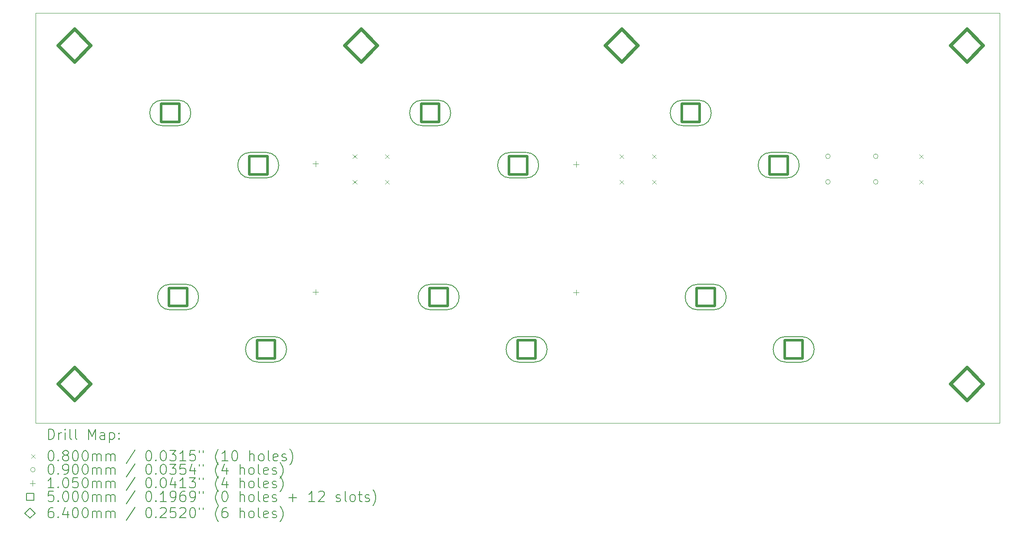
<source format=gbr>
%TF.GenerationSoftware,KiCad,Pcbnew,7.0.7*%
%TF.CreationDate,2023-10-16T15:11:54+02:00*%
%TF.ProjectId,GradientAmplifierFilter_V3,47726164-6965-46e7-9441-6d706c696669,rev?*%
%TF.SameCoordinates,Original*%
%TF.FileFunction,Drillmap*%
%TF.FilePolarity,Positive*%
%FSLAX45Y45*%
G04 Gerber Fmt 4.5, Leading zero omitted, Abs format (unit mm)*
G04 Created by KiCad (PCBNEW 7.0.7) date 2023-10-16 15:11:54*
%MOMM*%
%LPD*%
G01*
G04 APERTURE LIST*
%ADD10C,0.100000*%
%ADD11C,0.200000*%
%ADD12C,0.080000*%
%ADD13C,0.090000*%
%ADD14C,0.105000*%
%ADD15C,0.500000*%
%ADD16C,0.640000*%
G04 APERTURE END LIST*
D10*
X3810000Y-5207000D02*
X22606000Y-5207000D01*
X22606000Y-13208000D01*
X3810000Y-13208000D01*
X3810000Y-5207000D01*
D11*
D12*
X9996000Y-7965000D02*
X10076000Y-8045000D01*
X10076000Y-7965000D02*
X9996000Y-8045000D01*
X9996000Y-8465000D02*
X10076000Y-8545000D01*
X10076000Y-8465000D02*
X9996000Y-8545000D01*
X10628000Y-7965000D02*
X10708000Y-8045000D01*
X10708000Y-7965000D02*
X10628000Y-8045000D01*
X10628000Y-8465000D02*
X10708000Y-8545000D01*
X10708000Y-8465000D02*
X10628000Y-8545000D01*
X15200000Y-7965000D02*
X15280000Y-8045000D01*
X15280000Y-7965000D02*
X15200000Y-8045000D01*
X15200000Y-8465000D02*
X15280000Y-8545000D01*
X15280000Y-8465000D02*
X15200000Y-8545000D01*
X15835000Y-7965000D02*
X15915000Y-8045000D01*
X15915000Y-7965000D02*
X15835000Y-8045000D01*
X15835000Y-8465000D02*
X15915000Y-8545000D01*
X15915000Y-8465000D02*
X15835000Y-8545000D01*
X21042000Y-7965000D02*
X21122000Y-8045000D01*
X21122000Y-7965000D02*
X21042000Y-8045000D01*
X21042000Y-8465000D02*
X21122000Y-8545000D01*
X21122000Y-8465000D02*
X21042000Y-8545000D01*
D13*
X19306000Y-8001000D02*
G75*
G03*
X19306000Y-8001000I-45000J0D01*
G01*
X19306000Y-8501000D02*
G75*
G03*
X19306000Y-8501000I-45000J0D01*
G01*
X20238000Y-8001000D02*
G75*
G03*
X20238000Y-8001000I-45000J0D01*
G01*
X20238000Y-8501000D02*
G75*
G03*
X20238000Y-8501000I-45000J0D01*
G01*
D14*
X9271000Y-8095500D02*
X9271000Y-8200500D01*
X9218500Y-8148000D02*
X9323500Y-8148000D01*
X9271000Y-10595500D02*
X9271000Y-10700500D01*
X9218500Y-10648000D02*
X9323500Y-10648000D01*
X14351000Y-8105000D02*
X14351000Y-8210000D01*
X14298500Y-8157500D02*
X14403500Y-8157500D01*
X14351000Y-10605000D02*
X14351000Y-10710000D01*
X14298500Y-10657500D02*
X14403500Y-10657500D01*
D15*
X6615778Y-7331778D02*
X6615778Y-6978222D01*
X6262222Y-6978222D01*
X6262222Y-7331778D01*
X6615778Y-7331778D01*
D11*
X6589000Y-6905000D02*
X6289000Y-6905000D01*
X6289000Y-6905000D02*
G75*
G03*
X6289000Y-7405000I0J-250000D01*
G01*
X6289000Y-7405000D02*
X6589000Y-7405000D01*
X6589000Y-7405000D02*
G75*
G03*
X6589000Y-6905000I0J250000D01*
G01*
D15*
X6767778Y-10924778D02*
X6767778Y-10571222D01*
X6414222Y-10571222D01*
X6414222Y-10924778D01*
X6767778Y-10924778D01*
D11*
X6441000Y-10998000D02*
X6741000Y-10998000D01*
X6741000Y-10998000D02*
G75*
G03*
X6741000Y-10498000I0J250000D01*
G01*
X6741000Y-10498000D02*
X6441000Y-10498000D01*
X6441000Y-10498000D02*
G75*
G03*
X6441000Y-10998000I0J-250000D01*
G01*
D15*
X8330778Y-8351778D02*
X8330778Y-7998222D01*
X7977222Y-7998222D01*
X7977222Y-8351778D01*
X8330778Y-8351778D01*
D11*
X8304000Y-7925000D02*
X8004000Y-7925000D01*
X8004000Y-7925000D02*
G75*
G03*
X8004000Y-8425000I0J-250000D01*
G01*
X8004000Y-8425000D02*
X8304000Y-8425000D01*
X8304000Y-8425000D02*
G75*
G03*
X8304000Y-7925000I0J250000D01*
G01*
D15*
X8482778Y-11944778D02*
X8482778Y-11591222D01*
X8129222Y-11591222D01*
X8129222Y-11944778D01*
X8482778Y-11944778D01*
D11*
X8156000Y-12018000D02*
X8456000Y-12018000D01*
X8456000Y-12018000D02*
G75*
G03*
X8456000Y-11518000I0J250000D01*
G01*
X8456000Y-11518000D02*
X8156000Y-11518000D01*
X8156000Y-11518000D02*
G75*
G03*
X8156000Y-12018000I0J-250000D01*
G01*
D15*
X11682778Y-7331778D02*
X11682778Y-6978222D01*
X11329222Y-6978222D01*
X11329222Y-7331778D01*
X11682778Y-7331778D01*
D11*
X11656000Y-6905000D02*
X11356000Y-6905000D01*
X11356000Y-6905000D02*
G75*
G03*
X11356000Y-7405000I0J-250000D01*
G01*
X11356000Y-7405000D02*
X11656000Y-7405000D01*
X11656000Y-7405000D02*
G75*
G03*
X11656000Y-6905000I0J250000D01*
G01*
D15*
X11847778Y-10924778D02*
X11847778Y-10571222D01*
X11494222Y-10571222D01*
X11494222Y-10924778D01*
X11847778Y-10924778D01*
D11*
X11521000Y-10998000D02*
X11821000Y-10998000D01*
X11821000Y-10998000D02*
G75*
G03*
X11821000Y-10498000I0J250000D01*
G01*
X11821000Y-10498000D02*
X11521000Y-10498000D01*
X11521000Y-10498000D02*
G75*
G03*
X11521000Y-10998000I0J-250000D01*
G01*
D15*
X13397778Y-8351778D02*
X13397778Y-7998222D01*
X13044222Y-7998222D01*
X13044222Y-8351778D01*
X13397778Y-8351778D01*
D11*
X13371000Y-7925000D02*
X13071000Y-7925000D01*
X13071000Y-7925000D02*
G75*
G03*
X13071000Y-8425000I0J-250000D01*
G01*
X13071000Y-8425000D02*
X13371000Y-8425000D01*
X13371000Y-8425000D02*
G75*
G03*
X13371000Y-7925000I0J250000D01*
G01*
D15*
X13562778Y-11944778D02*
X13562778Y-11591222D01*
X13209222Y-11591222D01*
X13209222Y-11944778D01*
X13562778Y-11944778D01*
D11*
X13236000Y-12018000D02*
X13536000Y-12018000D01*
X13536000Y-12018000D02*
G75*
G03*
X13536000Y-11518000I0J250000D01*
G01*
X13536000Y-11518000D02*
X13236000Y-11518000D01*
X13236000Y-11518000D02*
G75*
G03*
X13236000Y-12018000I0J-250000D01*
G01*
D15*
X16762778Y-7331778D02*
X16762778Y-6978222D01*
X16409222Y-6978222D01*
X16409222Y-7331778D01*
X16762778Y-7331778D01*
D11*
X16736000Y-6905000D02*
X16436000Y-6905000D01*
X16436000Y-6905000D02*
G75*
G03*
X16436000Y-7405000I0J-250000D01*
G01*
X16436000Y-7405000D02*
X16736000Y-7405000D01*
X16736000Y-7405000D02*
G75*
G03*
X16736000Y-6905000I0J250000D01*
G01*
D15*
X17054778Y-10924778D02*
X17054778Y-10571222D01*
X16701222Y-10571222D01*
X16701222Y-10924778D01*
X17054778Y-10924778D01*
D11*
X16728000Y-10998000D02*
X17028000Y-10998000D01*
X17028000Y-10998000D02*
G75*
G03*
X17028000Y-10498000I0J250000D01*
G01*
X17028000Y-10498000D02*
X16728000Y-10498000D01*
X16728000Y-10498000D02*
G75*
G03*
X16728000Y-10998000I0J-250000D01*
G01*
D15*
X18477778Y-8351778D02*
X18477778Y-7998222D01*
X18124222Y-7998222D01*
X18124222Y-8351778D01*
X18477778Y-8351778D01*
D11*
X18451000Y-7925000D02*
X18151000Y-7925000D01*
X18151000Y-7925000D02*
G75*
G03*
X18151000Y-8425000I0J-250000D01*
G01*
X18151000Y-8425000D02*
X18451000Y-8425000D01*
X18451000Y-8425000D02*
G75*
G03*
X18451000Y-7925000I0J250000D01*
G01*
D15*
X18769778Y-11944778D02*
X18769778Y-11591222D01*
X18416222Y-11591222D01*
X18416222Y-11944778D01*
X18769778Y-11944778D01*
D11*
X18443000Y-12018000D02*
X18743000Y-12018000D01*
X18743000Y-12018000D02*
G75*
G03*
X18743000Y-11518000I0J250000D01*
G01*
X18743000Y-11518000D02*
X18443000Y-11518000D01*
X18443000Y-11518000D02*
G75*
G03*
X18443000Y-12018000I0J-250000D01*
G01*
D16*
X4572000Y-6162000D02*
X4892000Y-5842000D01*
X4572000Y-5522000D01*
X4252000Y-5842000D01*
X4572000Y-6162000D01*
X4572000Y-12766000D02*
X4892000Y-12446000D01*
X4572000Y-12126000D01*
X4252000Y-12446000D01*
X4572000Y-12766000D01*
X10160000Y-6162000D02*
X10480000Y-5842000D01*
X10160000Y-5522000D01*
X9840000Y-5842000D01*
X10160000Y-6162000D01*
X15240000Y-6162000D02*
X15560000Y-5842000D01*
X15240000Y-5522000D01*
X14920000Y-5842000D01*
X15240000Y-6162000D01*
X21971000Y-6162000D02*
X22291000Y-5842000D01*
X21971000Y-5522000D01*
X21651000Y-5842000D01*
X21971000Y-6162000D01*
X21971000Y-12766000D02*
X22291000Y-12446000D01*
X21971000Y-12126000D01*
X21651000Y-12446000D01*
X21971000Y-12766000D01*
D11*
X4065777Y-13524484D02*
X4065777Y-13324484D01*
X4065777Y-13324484D02*
X4113396Y-13324484D01*
X4113396Y-13324484D02*
X4141967Y-13334008D01*
X4141967Y-13334008D02*
X4161015Y-13353055D01*
X4161015Y-13353055D02*
X4170539Y-13372103D01*
X4170539Y-13372103D02*
X4180062Y-13410198D01*
X4180062Y-13410198D02*
X4180062Y-13438769D01*
X4180062Y-13438769D02*
X4170539Y-13476865D01*
X4170539Y-13476865D02*
X4161015Y-13495912D01*
X4161015Y-13495912D02*
X4141967Y-13514960D01*
X4141967Y-13514960D02*
X4113396Y-13524484D01*
X4113396Y-13524484D02*
X4065777Y-13524484D01*
X4265777Y-13524484D02*
X4265777Y-13391150D01*
X4265777Y-13429246D02*
X4275301Y-13410198D01*
X4275301Y-13410198D02*
X4284824Y-13400674D01*
X4284824Y-13400674D02*
X4303872Y-13391150D01*
X4303872Y-13391150D02*
X4322920Y-13391150D01*
X4389586Y-13524484D02*
X4389586Y-13391150D01*
X4389586Y-13324484D02*
X4380063Y-13334008D01*
X4380063Y-13334008D02*
X4389586Y-13343531D01*
X4389586Y-13343531D02*
X4399110Y-13334008D01*
X4399110Y-13334008D02*
X4389586Y-13324484D01*
X4389586Y-13324484D02*
X4389586Y-13343531D01*
X4513396Y-13524484D02*
X4494348Y-13514960D01*
X4494348Y-13514960D02*
X4484824Y-13495912D01*
X4484824Y-13495912D02*
X4484824Y-13324484D01*
X4618158Y-13524484D02*
X4599110Y-13514960D01*
X4599110Y-13514960D02*
X4589586Y-13495912D01*
X4589586Y-13495912D02*
X4589586Y-13324484D01*
X4846729Y-13524484D02*
X4846729Y-13324484D01*
X4846729Y-13324484D02*
X4913396Y-13467341D01*
X4913396Y-13467341D02*
X4980063Y-13324484D01*
X4980063Y-13324484D02*
X4980063Y-13524484D01*
X5161015Y-13524484D02*
X5161015Y-13419722D01*
X5161015Y-13419722D02*
X5151491Y-13400674D01*
X5151491Y-13400674D02*
X5132444Y-13391150D01*
X5132444Y-13391150D02*
X5094348Y-13391150D01*
X5094348Y-13391150D02*
X5075301Y-13400674D01*
X5161015Y-13514960D02*
X5141967Y-13524484D01*
X5141967Y-13524484D02*
X5094348Y-13524484D01*
X5094348Y-13524484D02*
X5075301Y-13514960D01*
X5075301Y-13514960D02*
X5065777Y-13495912D01*
X5065777Y-13495912D02*
X5065777Y-13476865D01*
X5065777Y-13476865D02*
X5075301Y-13457817D01*
X5075301Y-13457817D02*
X5094348Y-13448293D01*
X5094348Y-13448293D02*
X5141967Y-13448293D01*
X5141967Y-13448293D02*
X5161015Y-13438769D01*
X5256253Y-13391150D02*
X5256253Y-13591150D01*
X5256253Y-13400674D02*
X5275301Y-13391150D01*
X5275301Y-13391150D02*
X5313396Y-13391150D01*
X5313396Y-13391150D02*
X5332444Y-13400674D01*
X5332444Y-13400674D02*
X5341967Y-13410198D01*
X5341967Y-13410198D02*
X5351491Y-13429246D01*
X5351491Y-13429246D02*
X5351491Y-13486388D01*
X5351491Y-13486388D02*
X5341967Y-13505436D01*
X5341967Y-13505436D02*
X5332444Y-13514960D01*
X5332444Y-13514960D02*
X5313396Y-13524484D01*
X5313396Y-13524484D02*
X5275301Y-13524484D01*
X5275301Y-13524484D02*
X5256253Y-13514960D01*
X5437205Y-13505436D02*
X5446729Y-13514960D01*
X5446729Y-13514960D02*
X5437205Y-13524484D01*
X5437205Y-13524484D02*
X5427682Y-13514960D01*
X5427682Y-13514960D02*
X5437205Y-13505436D01*
X5437205Y-13505436D02*
X5437205Y-13524484D01*
X5437205Y-13400674D02*
X5446729Y-13410198D01*
X5446729Y-13410198D02*
X5437205Y-13419722D01*
X5437205Y-13419722D02*
X5427682Y-13410198D01*
X5427682Y-13410198D02*
X5437205Y-13400674D01*
X5437205Y-13400674D02*
X5437205Y-13419722D01*
D12*
X3725000Y-13813000D02*
X3805000Y-13893000D01*
X3805000Y-13813000D02*
X3725000Y-13893000D01*
D11*
X4103872Y-13744484D02*
X4122920Y-13744484D01*
X4122920Y-13744484D02*
X4141967Y-13754008D01*
X4141967Y-13754008D02*
X4151491Y-13763531D01*
X4151491Y-13763531D02*
X4161015Y-13782579D01*
X4161015Y-13782579D02*
X4170539Y-13820674D01*
X4170539Y-13820674D02*
X4170539Y-13868293D01*
X4170539Y-13868293D02*
X4161015Y-13906388D01*
X4161015Y-13906388D02*
X4151491Y-13925436D01*
X4151491Y-13925436D02*
X4141967Y-13934960D01*
X4141967Y-13934960D02*
X4122920Y-13944484D01*
X4122920Y-13944484D02*
X4103872Y-13944484D01*
X4103872Y-13944484D02*
X4084824Y-13934960D01*
X4084824Y-13934960D02*
X4075301Y-13925436D01*
X4075301Y-13925436D02*
X4065777Y-13906388D01*
X4065777Y-13906388D02*
X4056253Y-13868293D01*
X4056253Y-13868293D02*
X4056253Y-13820674D01*
X4056253Y-13820674D02*
X4065777Y-13782579D01*
X4065777Y-13782579D02*
X4075301Y-13763531D01*
X4075301Y-13763531D02*
X4084824Y-13754008D01*
X4084824Y-13754008D02*
X4103872Y-13744484D01*
X4256253Y-13925436D02*
X4265777Y-13934960D01*
X4265777Y-13934960D02*
X4256253Y-13944484D01*
X4256253Y-13944484D02*
X4246729Y-13934960D01*
X4246729Y-13934960D02*
X4256253Y-13925436D01*
X4256253Y-13925436D02*
X4256253Y-13944484D01*
X4380063Y-13830198D02*
X4361015Y-13820674D01*
X4361015Y-13820674D02*
X4351491Y-13811150D01*
X4351491Y-13811150D02*
X4341967Y-13792103D01*
X4341967Y-13792103D02*
X4341967Y-13782579D01*
X4341967Y-13782579D02*
X4351491Y-13763531D01*
X4351491Y-13763531D02*
X4361015Y-13754008D01*
X4361015Y-13754008D02*
X4380063Y-13744484D01*
X4380063Y-13744484D02*
X4418158Y-13744484D01*
X4418158Y-13744484D02*
X4437205Y-13754008D01*
X4437205Y-13754008D02*
X4446729Y-13763531D01*
X4446729Y-13763531D02*
X4456253Y-13782579D01*
X4456253Y-13782579D02*
X4456253Y-13792103D01*
X4456253Y-13792103D02*
X4446729Y-13811150D01*
X4446729Y-13811150D02*
X4437205Y-13820674D01*
X4437205Y-13820674D02*
X4418158Y-13830198D01*
X4418158Y-13830198D02*
X4380063Y-13830198D01*
X4380063Y-13830198D02*
X4361015Y-13839722D01*
X4361015Y-13839722D02*
X4351491Y-13849246D01*
X4351491Y-13849246D02*
X4341967Y-13868293D01*
X4341967Y-13868293D02*
X4341967Y-13906388D01*
X4341967Y-13906388D02*
X4351491Y-13925436D01*
X4351491Y-13925436D02*
X4361015Y-13934960D01*
X4361015Y-13934960D02*
X4380063Y-13944484D01*
X4380063Y-13944484D02*
X4418158Y-13944484D01*
X4418158Y-13944484D02*
X4437205Y-13934960D01*
X4437205Y-13934960D02*
X4446729Y-13925436D01*
X4446729Y-13925436D02*
X4456253Y-13906388D01*
X4456253Y-13906388D02*
X4456253Y-13868293D01*
X4456253Y-13868293D02*
X4446729Y-13849246D01*
X4446729Y-13849246D02*
X4437205Y-13839722D01*
X4437205Y-13839722D02*
X4418158Y-13830198D01*
X4580063Y-13744484D02*
X4599110Y-13744484D01*
X4599110Y-13744484D02*
X4618158Y-13754008D01*
X4618158Y-13754008D02*
X4627682Y-13763531D01*
X4627682Y-13763531D02*
X4637205Y-13782579D01*
X4637205Y-13782579D02*
X4646729Y-13820674D01*
X4646729Y-13820674D02*
X4646729Y-13868293D01*
X4646729Y-13868293D02*
X4637205Y-13906388D01*
X4637205Y-13906388D02*
X4627682Y-13925436D01*
X4627682Y-13925436D02*
X4618158Y-13934960D01*
X4618158Y-13934960D02*
X4599110Y-13944484D01*
X4599110Y-13944484D02*
X4580063Y-13944484D01*
X4580063Y-13944484D02*
X4561015Y-13934960D01*
X4561015Y-13934960D02*
X4551491Y-13925436D01*
X4551491Y-13925436D02*
X4541967Y-13906388D01*
X4541967Y-13906388D02*
X4532444Y-13868293D01*
X4532444Y-13868293D02*
X4532444Y-13820674D01*
X4532444Y-13820674D02*
X4541967Y-13782579D01*
X4541967Y-13782579D02*
X4551491Y-13763531D01*
X4551491Y-13763531D02*
X4561015Y-13754008D01*
X4561015Y-13754008D02*
X4580063Y-13744484D01*
X4770539Y-13744484D02*
X4789586Y-13744484D01*
X4789586Y-13744484D02*
X4808634Y-13754008D01*
X4808634Y-13754008D02*
X4818158Y-13763531D01*
X4818158Y-13763531D02*
X4827682Y-13782579D01*
X4827682Y-13782579D02*
X4837205Y-13820674D01*
X4837205Y-13820674D02*
X4837205Y-13868293D01*
X4837205Y-13868293D02*
X4827682Y-13906388D01*
X4827682Y-13906388D02*
X4818158Y-13925436D01*
X4818158Y-13925436D02*
X4808634Y-13934960D01*
X4808634Y-13934960D02*
X4789586Y-13944484D01*
X4789586Y-13944484D02*
X4770539Y-13944484D01*
X4770539Y-13944484D02*
X4751491Y-13934960D01*
X4751491Y-13934960D02*
X4741967Y-13925436D01*
X4741967Y-13925436D02*
X4732444Y-13906388D01*
X4732444Y-13906388D02*
X4722920Y-13868293D01*
X4722920Y-13868293D02*
X4722920Y-13820674D01*
X4722920Y-13820674D02*
X4732444Y-13782579D01*
X4732444Y-13782579D02*
X4741967Y-13763531D01*
X4741967Y-13763531D02*
X4751491Y-13754008D01*
X4751491Y-13754008D02*
X4770539Y-13744484D01*
X4922920Y-13944484D02*
X4922920Y-13811150D01*
X4922920Y-13830198D02*
X4932444Y-13820674D01*
X4932444Y-13820674D02*
X4951491Y-13811150D01*
X4951491Y-13811150D02*
X4980063Y-13811150D01*
X4980063Y-13811150D02*
X4999110Y-13820674D01*
X4999110Y-13820674D02*
X5008634Y-13839722D01*
X5008634Y-13839722D02*
X5008634Y-13944484D01*
X5008634Y-13839722D02*
X5018158Y-13820674D01*
X5018158Y-13820674D02*
X5037205Y-13811150D01*
X5037205Y-13811150D02*
X5065777Y-13811150D01*
X5065777Y-13811150D02*
X5084825Y-13820674D01*
X5084825Y-13820674D02*
X5094348Y-13839722D01*
X5094348Y-13839722D02*
X5094348Y-13944484D01*
X5189586Y-13944484D02*
X5189586Y-13811150D01*
X5189586Y-13830198D02*
X5199110Y-13820674D01*
X5199110Y-13820674D02*
X5218158Y-13811150D01*
X5218158Y-13811150D02*
X5246729Y-13811150D01*
X5246729Y-13811150D02*
X5265777Y-13820674D01*
X5265777Y-13820674D02*
X5275301Y-13839722D01*
X5275301Y-13839722D02*
X5275301Y-13944484D01*
X5275301Y-13839722D02*
X5284825Y-13820674D01*
X5284825Y-13820674D02*
X5303872Y-13811150D01*
X5303872Y-13811150D02*
X5332444Y-13811150D01*
X5332444Y-13811150D02*
X5351491Y-13820674D01*
X5351491Y-13820674D02*
X5361015Y-13839722D01*
X5361015Y-13839722D02*
X5361015Y-13944484D01*
X5751491Y-13734960D02*
X5580063Y-13992103D01*
X6008634Y-13744484D02*
X6027682Y-13744484D01*
X6027682Y-13744484D02*
X6046729Y-13754008D01*
X6046729Y-13754008D02*
X6056253Y-13763531D01*
X6056253Y-13763531D02*
X6065777Y-13782579D01*
X6065777Y-13782579D02*
X6075301Y-13820674D01*
X6075301Y-13820674D02*
X6075301Y-13868293D01*
X6075301Y-13868293D02*
X6065777Y-13906388D01*
X6065777Y-13906388D02*
X6056253Y-13925436D01*
X6056253Y-13925436D02*
X6046729Y-13934960D01*
X6046729Y-13934960D02*
X6027682Y-13944484D01*
X6027682Y-13944484D02*
X6008634Y-13944484D01*
X6008634Y-13944484D02*
X5989586Y-13934960D01*
X5989586Y-13934960D02*
X5980063Y-13925436D01*
X5980063Y-13925436D02*
X5970539Y-13906388D01*
X5970539Y-13906388D02*
X5961015Y-13868293D01*
X5961015Y-13868293D02*
X5961015Y-13820674D01*
X5961015Y-13820674D02*
X5970539Y-13782579D01*
X5970539Y-13782579D02*
X5980063Y-13763531D01*
X5980063Y-13763531D02*
X5989586Y-13754008D01*
X5989586Y-13754008D02*
X6008634Y-13744484D01*
X6161015Y-13925436D02*
X6170539Y-13934960D01*
X6170539Y-13934960D02*
X6161015Y-13944484D01*
X6161015Y-13944484D02*
X6151491Y-13934960D01*
X6151491Y-13934960D02*
X6161015Y-13925436D01*
X6161015Y-13925436D02*
X6161015Y-13944484D01*
X6294348Y-13744484D02*
X6313396Y-13744484D01*
X6313396Y-13744484D02*
X6332444Y-13754008D01*
X6332444Y-13754008D02*
X6341967Y-13763531D01*
X6341967Y-13763531D02*
X6351491Y-13782579D01*
X6351491Y-13782579D02*
X6361015Y-13820674D01*
X6361015Y-13820674D02*
X6361015Y-13868293D01*
X6361015Y-13868293D02*
X6351491Y-13906388D01*
X6351491Y-13906388D02*
X6341967Y-13925436D01*
X6341967Y-13925436D02*
X6332444Y-13934960D01*
X6332444Y-13934960D02*
X6313396Y-13944484D01*
X6313396Y-13944484D02*
X6294348Y-13944484D01*
X6294348Y-13944484D02*
X6275301Y-13934960D01*
X6275301Y-13934960D02*
X6265777Y-13925436D01*
X6265777Y-13925436D02*
X6256253Y-13906388D01*
X6256253Y-13906388D02*
X6246729Y-13868293D01*
X6246729Y-13868293D02*
X6246729Y-13820674D01*
X6246729Y-13820674D02*
X6256253Y-13782579D01*
X6256253Y-13782579D02*
X6265777Y-13763531D01*
X6265777Y-13763531D02*
X6275301Y-13754008D01*
X6275301Y-13754008D02*
X6294348Y-13744484D01*
X6427682Y-13744484D02*
X6551491Y-13744484D01*
X6551491Y-13744484D02*
X6484825Y-13820674D01*
X6484825Y-13820674D02*
X6513396Y-13820674D01*
X6513396Y-13820674D02*
X6532444Y-13830198D01*
X6532444Y-13830198D02*
X6541967Y-13839722D01*
X6541967Y-13839722D02*
X6551491Y-13858769D01*
X6551491Y-13858769D02*
X6551491Y-13906388D01*
X6551491Y-13906388D02*
X6541967Y-13925436D01*
X6541967Y-13925436D02*
X6532444Y-13934960D01*
X6532444Y-13934960D02*
X6513396Y-13944484D01*
X6513396Y-13944484D02*
X6456253Y-13944484D01*
X6456253Y-13944484D02*
X6437206Y-13934960D01*
X6437206Y-13934960D02*
X6427682Y-13925436D01*
X6741967Y-13944484D02*
X6627682Y-13944484D01*
X6684825Y-13944484D02*
X6684825Y-13744484D01*
X6684825Y-13744484D02*
X6665777Y-13773055D01*
X6665777Y-13773055D02*
X6646729Y-13792103D01*
X6646729Y-13792103D02*
X6627682Y-13801627D01*
X6922920Y-13744484D02*
X6827682Y-13744484D01*
X6827682Y-13744484D02*
X6818158Y-13839722D01*
X6818158Y-13839722D02*
X6827682Y-13830198D01*
X6827682Y-13830198D02*
X6846729Y-13820674D01*
X6846729Y-13820674D02*
X6894348Y-13820674D01*
X6894348Y-13820674D02*
X6913396Y-13830198D01*
X6913396Y-13830198D02*
X6922920Y-13839722D01*
X6922920Y-13839722D02*
X6932444Y-13858769D01*
X6932444Y-13858769D02*
X6932444Y-13906388D01*
X6932444Y-13906388D02*
X6922920Y-13925436D01*
X6922920Y-13925436D02*
X6913396Y-13934960D01*
X6913396Y-13934960D02*
X6894348Y-13944484D01*
X6894348Y-13944484D02*
X6846729Y-13944484D01*
X6846729Y-13944484D02*
X6827682Y-13934960D01*
X6827682Y-13934960D02*
X6818158Y-13925436D01*
X7008634Y-13744484D02*
X7008634Y-13782579D01*
X7084825Y-13744484D02*
X7084825Y-13782579D01*
X7380063Y-14020674D02*
X7370539Y-14011150D01*
X7370539Y-14011150D02*
X7351491Y-13982579D01*
X7351491Y-13982579D02*
X7341968Y-13963531D01*
X7341968Y-13963531D02*
X7332444Y-13934960D01*
X7332444Y-13934960D02*
X7322920Y-13887341D01*
X7322920Y-13887341D02*
X7322920Y-13849246D01*
X7322920Y-13849246D02*
X7332444Y-13801627D01*
X7332444Y-13801627D02*
X7341968Y-13773055D01*
X7341968Y-13773055D02*
X7351491Y-13754008D01*
X7351491Y-13754008D02*
X7370539Y-13725436D01*
X7370539Y-13725436D02*
X7380063Y-13715912D01*
X7561015Y-13944484D02*
X7446729Y-13944484D01*
X7503872Y-13944484D02*
X7503872Y-13744484D01*
X7503872Y-13744484D02*
X7484825Y-13773055D01*
X7484825Y-13773055D02*
X7465777Y-13792103D01*
X7465777Y-13792103D02*
X7446729Y-13801627D01*
X7684825Y-13744484D02*
X7703872Y-13744484D01*
X7703872Y-13744484D02*
X7722920Y-13754008D01*
X7722920Y-13754008D02*
X7732444Y-13763531D01*
X7732444Y-13763531D02*
X7741968Y-13782579D01*
X7741968Y-13782579D02*
X7751491Y-13820674D01*
X7751491Y-13820674D02*
X7751491Y-13868293D01*
X7751491Y-13868293D02*
X7741968Y-13906388D01*
X7741968Y-13906388D02*
X7732444Y-13925436D01*
X7732444Y-13925436D02*
X7722920Y-13934960D01*
X7722920Y-13934960D02*
X7703872Y-13944484D01*
X7703872Y-13944484D02*
X7684825Y-13944484D01*
X7684825Y-13944484D02*
X7665777Y-13934960D01*
X7665777Y-13934960D02*
X7656253Y-13925436D01*
X7656253Y-13925436D02*
X7646729Y-13906388D01*
X7646729Y-13906388D02*
X7637206Y-13868293D01*
X7637206Y-13868293D02*
X7637206Y-13820674D01*
X7637206Y-13820674D02*
X7646729Y-13782579D01*
X7646729Y-13782579D02*
X7656253Y-13763531D01*
X7656253Y-13763531D02*
X7665777Y-13754008D01*
X7665777Y-13754008D02*
X7684825Y-13744484D01*
X7989587Y-13944484D02*
X7989587Y-13744484D01*
X8075301Y-13944484D02*
X8075301Y-13839722D01*
X8075301Y-13839722D02*
X8065777Y-13820674D01*
X8065777Y-13820674D02*
X8046730Y-13811150D01*
X8046730Y-13811150D02*
X8018158Y-13811150D01*
X8018158Y-13811150D02*
X7999110Y-13820674D01*
X7999110Y-13820674D02*
X7989587Y-13830198D01*
X8199110Y-13944484D02*
X8180063Y-13934960D01*
X8180063Y-13934960D02*
X8170539Y-13925436D01*
X8170539Y-13925436D02*
X8161015Y-13906388D01*
X8161015Y-13906388D02*
X8161015Y-13849246D01*
X8161015Y-13849246D02*
X8170539Y-13830198D01*
X8170539Y-13830198D02*
X8180063Y-13820674D01*
X8180063Y-13820674D02*
X8199110Y-13811150D01*
X8199110Y-13811150D02*
X8227682Y-13811150D01*
X8227682Y-13811150D02*
X8246730Y-13820674D01*
X8246730Y-13820674D02*
X8256253Y-13830198D01*
X8256253Y-13830198D02*
X8265777Y-13849246D01*
X8265777Y-13849246D02*
X8265777Y-13906388D01*
X8265777Y-13906388D02*
X8256253Y-13925436D01*
X8256253Y-13925436D02*
X8246730Y-13934960D01*
X8246730Y-13934960D02*
X8227682Y-13944484D01*
X8227682Y-13944484D02*
X8199110Y-13944484D01*
X8380063Y-13944484D02*
X8361015Y-13934960D01*
X8361015Y-13934960D02*
X8351491Y-13915912D01*
X8351491Y-13915912D02*
X8351491Y-13744484D01*
X8532444Y-13934960D02*
X8513396Y-13944484D01*
X8513396Y-13944484D02*
X8475301Y-13944484D01*
X8475301Y-13944484D02*
X8456253Y-13934960D01*
X8456253Y-13934960D02*
X8446730Y-13915912D01*
X8446730Y-13915912D02*
X8446730Y-13839722D01*
X8446730Y-13839722D02*
X8456253Y-13820674D01*
X8456253Y-13820674D02*
X8475301Y-13811150D01*
X8475301Y-13811150D02*
X8513396Y-13811150D01*
X8513396Y-13811150D02*
X8532444Y-13820674D01*
X8532444Y-13820674D02*
X8541968Y-13839722D01*
X8541968Y-13839722D02*
X8541968Y-13858769D01*
X8541968Y-13858769D02*
X8446730Y-13877817D01*
X8618158Y-13934960D02*
X8637206Y-13944484D01*
X8637206Y-13944484D02*
X8675301Y-13944484D01*
X8675301Y-13944484D02*
X8694349Y-13934960D01*
X8694349Y-13934960D02*
X8703873Y-13915912D01*
X8703873Y-13915912D02*
X8703873Y-13906388D01*
X8703873Y-13906388D02*
X8694349Y-13887341D01*
X8694349Y-13887341D02*
X8675301Y-13877817D01*
X8675301Y-13877817D02*
X8646730Y-13877817D01*
X8646730Y-13877817D02*
X8627682Y-13868293D01*
X8627682Y-13868293D02*
X8618158Y-13849246D01*
X8618158Y-13849246D02*
X8618158Y-13839722D01*
X8618158Y-13839722D02*
X8627682Y-13820674D01*
X8627682Y-13820674D02*
X8646730Y-13811150D01*
X8646730Y-13811150D02*
X8675301Y-13811150D01*
X8675301Y-13811150D02*
X8694349Y-13820674D01*
X8770539Y-14020674D02*
X8780063Y-14011150D01*
X8780063Y-14011150D02*
X8799111Y-13982579D01*
X8799111Y-13982579D02*
X8808634Y-13963531D01*
X8808634Y-13963531D02*
X8818158Y-13934960D01*
X8818158Y-13934960D02*
X8827682Y-13887341D01*
X8827682Y-13887341D02*
X8827682Y-13849246D01*
X8827682Y-13849246D02*
X8818158Y-13801627D01*
X8818158Y-13801627D02*
X8808634Y-13773055D01*
X8808634Y-13773055D02*
X8799111Y-13754008D01*
X8799111Y-13754008D02*
X8780063Y-13725436D01*
X8780063Y-13725436D02*
X8770539Y-13715912D01*
D13*
X3805000Y-14117000D02*
G75*
G03*
X3805000Y-14117000I-45000J0D01*
G01*
D11*
X4103872Y-14008484D02*
X4122920Y-14008484D01*
X4122920Y-14008484D02*
X4141967Y-14018008D01*
X4141967Y-14018008D02*
X4151491Y-14027531D01*
X4151491Y-14027531D02*
X4161015Y-14046579D01*
X4161015Y-14046579D02*
X4170539Y-14084674D01*
X4170539Y-14084674D02*
X4170539Y-14132293D01*
X4170539Y-14132293D02*
X4161015Y-14170388D01*
X4161015Y-14170388D02*
X4151491Y-14189436D01*
X4151491Y-14189436D02*
X4141967Y-14198960D01*
X4141967Y-14198960D02*
X4122920Y-14208484D01*
X4122920Y-14208484D02*
X4103872Y-14208484D01*
X4103872Y-14208484D02*
X4084824Y-14198960D01*
X4084824Y-14198960D02*
X4075301Y-14189436D01*
X4075301Y-14189436D02*
X4065777Y-14170388D01*
X4065777Y-14170388D02*
X4056253Y-14132293D01*
X4056253Y-14132293D02*
X4056253Y-14084674D01*
X4056253Y-14084674D02*
X4065777Y-14046579D01*
X4065777Y-14046579D02*
X4075301Y-14027531D01*
X4075301Y-14027531D02*
X4084824Y-14018008D01*
X4084824Y-14018008D02*
X4103872Y-14008484D01*
X4256253Y-14189436D02*
X4265777Y-14198960D01*
X4265777Y-14198960D02*
X4256253Y-14208484D01*
X4256253Y-14208484D02*
X4246729Y-14198960D01*
X4246729Y-14198960D02*
X4256253Y-14189436D01*
X4256253Y-14189436D02*
X4256253Y-14208484D01*
X4361015Y-14208484D02*
X4399110Y-14208484D01*
X4399110Y-14208484D02*
X4418158Y-14198960D01*
X4418158Y-14198960D02*
X4427682Y-14189436D01*
X4427682Y-14189436D02*
X4446729Y-14160865D01*
X4446729Y-14160865D02*
X4456253Y-14122769D01*
X4456253Y-14122769D02*
X4456253Y-14046579D01*
X4456253Y-14046579D02*
X4446729Y-14027531D01*
X4446729Y-14027531D02*
X4437205Y-14018008D01*
X4437205Y-14018008D02*
X4418158Y-14008484D01*
X4418158Y-14008484D02*
X4380063Y-14008484D01*
X4380063Y-14008484D02*
X4361015Y-14018008D01*
X4361015Y-14018008D02*
X4351491Y-14027531D01*
X4351491Y-14027531D02*
X4341967Y-14046579D01*
X4341967Y-14046579D02*
X4341967Y-14094198D01*
X4341967Y-14094198D02*
X4351491Y-14113246D01*
X4351491Y-14113246D02*
X4361015Y-14122769D01*
X4361015Y-14122769D02*
X4380063Y-14132293D01*
X4380063Y-14132293D02*
X4418158Y-14132293D01*
X4418158Y-14132293D02*
X4437205Y-14122769D01*
X4437205Y-14122769D02*
X4446729Y-14113246D01*
X4446729Y-14113246D02*
X4456253Y-14094198D01*
X4580063Y-14008484D02*
X4599110Y-14008484D01*
X4599110Y-14008484D02*
X4618158Y-14018008D01*
X4618158Y-14018008D02*
X4627682Y-14027531D01*
X4627682Y-14027531D02*
X4637205Y-14046579D01*
X4637205Y-14046579D02*
X4646729Y-14084674D01*
X4646729Y-14084674D02*
X4646729Y-14132293D01*
X4646729Y-14132293D02*
X4637205Y-14170388D01*
X4637205Y-14170388D02*
X4627682Y-14189436D01*
X4627682Y-14189436D02*
X4618158Y-14198960D01*
X4618158Y-14198960D02*
X4599110Y-14208484D01*
X4599110Y-14208484D02*
X4580063Y-14208484D01*
X4580063Y-14208484D02*
X4561015Y-14198960D01*
X4561015Y-14198960D02*
X4551491Y-14189436D01*
X4551491Y-14189436D02*
X4541967Y-14170388D01*
X4541967Y-14170388D02*
X4532444Y-14132293D01*
X4532444Y-14132293D02*
X4532444Y-14084674D01*
X4532444Y-14084674D02*
X4541967Y-14046579D01*
X4541967Y-14046579D02*
X4551491Y-14027531D01*
X4551491Y-14027531D02*
X4561015Y-14018008D01*
X4561015Y-14018008D02*
X4580063Y-14008484D01*
X4770539Y-14008484D02*
X4789586Y-14008484D01*
X4789586Y-14008484D02*
X4808634Y-14018008D01*
X4808634Y-14018008D02*
X4818158Y-14027531D01*
X4818158Y-14027531D02*
X4827682Y-14046579D01*
X4827682Y-14046579D02*
X4837205Y-14084674D01*
X4837205Y-14084674D02*
X4837205Y-14132293D01*
X4837205Y-14132293D02*
X4827682Y-14170388D01*
X4827682Y-14170388D02*
X4818158Y-14189436D01*
X4818158Y-14189436D02*
X4808634Y-14198960D01*
X4808634Y-14198960D02*
X4789586Y-14208484D01*
X4789586Y-14208484D02*
X4770539Y-14208484D01*
X4770539Y-14208484D02*
X4751491Y-14198960D01*
X4751491Y-14198960D02*
X4741967Y-14189436D01*
X4741967Y-14189436D02*
X4732444Y-14170388D01*
X4732444Y-14170388D02*
X4722920Y-14132293D01*
X4722920Y-14132293D02*
X4722920Y-14084674D01*
X4722920Y-14084674D02*
X4732444Y-14046579D01*
X4732444Y-14046579D02*
X4741967Y-14027531D01*
X4741967Y-14027531D02*
X4751491Y-14018008D01*
X4751491Y-14018008D02*
X4770539Y-14008484D01*
X4922920Y-14208484D02*
X4922920Y-14075150D01*
X4922920Y-14094198D02*
X4932444Y-14084674D01*
X4932444Y-14084674D02*
X4951491Y-14075150D01*
X4951491Y-14075150D02*
X4980063Y-14075150D01*
X4980063Y-14075150D02*
X4999110Y-14084674D01*
X4999110Y-14084674D02*
X5008634Y-14103722D01*
X5008634Y-14103722D02*
X5008634Y-14208484D01*
X5008634Y-14103722D02*
X5018158Y-14084674D01*
X5018158Y-14084674D02*
X5037205Y-14075150D01*
X5037205Y-14075150D02*
X5065777Y-14075150D01*
X5065777Y-14075150D02*
X5084825Y-14084674D01*
X5084825Y-14084674D02*
X5094348Y-14103722D01*
X5094348Y-14103722D02*
X5094348Y-14208484D01*
X5189586Y-14208484D02*
X5189586Y-14075150D01*
X5189586Y-14094198D02*
X5199110Y-14084674D01*
X5199110Y-14084674D02*
X5218158Y-14075150D01*
X5218158Y-14075150D02*
X5246729Y-14075150D01*
X5246729Y-14075150D02*
X5265777Y-14084674D01*
X5265777Y-14084674D02*
X5275301Y-14103722D01*
X5275301Y-14103722D02*
X5275301Y-14208484D01*
X5275301Y-14103722D02*
X5284825Y-14084674D01*
X5284825Y-14084674D02*
X5303872Y-14075150D01*
X5303872Y-14075150D02*
X5332444Y-14075150D01*
X5332444Y-14075150D02*
X5351491Y-14084674D01*
X5351491Y-14084674D02*
X5361015Y-14103722D01*
X5361015Y-14103722D02*
X5361015Y-14208484D01*
X5751491Y-13998960D02*
X5580063Y-14256103D01*
X6008634Y-14008484D02*
X6027682Y-14008484D01*
X6027682Y-14008484D02*
X6046729Y-14018008D01*
X6046729Y-14018008D02*
X6056253Y-14027531D01*
X6056253Y-14027531D02*
X6065777Y-14046579D01*
X6065777Y-14046579D02*
X6075301Y-14084674D01*
X6075301Y-14084674D02*
X6075301Y-14132293D01*
X6075301Y-14132293D02*
X6065777Y-14170388D01*
X6065777Y-14170388D02*
X6056253Y-14189436D01*
X6056253Y-14189436D02*
X6046729Y-14198960D01*
X6046729Y-14198960D02*
X6027682Y-14208484D01*
X6027682Y-14208484D02*
X6008634Y-14208484D01*
X6008634Y-14208484D02*
X5989586Y-14198960D01*
X5989586Y-14198960D02*
X5980063Y-14189436D01*
X5980063Y-14189436D02*
X5970539Y-14170388D01*
X5970539Y-14170388D02*
X5961015Y-14132293D01*
X5961015Y-14132293D02*
X5961015Y-14084674D01*
X5961015Y-14084674D02*
X5970539Y-14046579D01*
X5970539Y-14046579D02*
X5980063Y-14027531D01*
X5980063Y-14027531D02*
X5989586Y-14018008D01*
X5989586Y-14018008D02*
X6008634Y-14008484D01*
X6161015Y-14189436D02*
X6170539Y-14198960D01*
X6170539Y-14198960D02*
X6161015Y-14208484D01*
X6161015Y-14208484D02*
X6151491Y-14198960D01*
X6151491Y-14198960D02*
X6161015Y-14189436D01*
X6161015Y-14189436D02*
X6161015Y-14208484D01*
X6294348Y-14008484D02*
X6313396Y-14008484D01*
X6313396Y-14008484D02*
X6332444Y-14018008D01*
X6332444Y-14018008D02*
X6341967Y-14027531D01*
X6341967Y-14027531D02*
X6351491Y-14046579D01*
X6351491Y-14046579D02*
X6361015Y-14084674D01*
X6361015Y-14084674D02*
X6361015Y-14132293D01*
X6361015Y-14132293D02*
X6351491Y-14170388D01*
X6351491Y-14170388D02*
X6341967Y-14189436D01*
X6341967Y-14189436D02*
X6332444Y-14198960D01*
X6332444Y-14198960D02*
X6313396Y-14208484D01*
X6313396Y-14208484D02*
X6294348Y-14208484D01*
X6294348Y-14208484D02*
X6275301Y-14198960D01*
X6275301Y-14198960D02*
X6265777Y-14189436D01*
X6265777Y-14189436D02*
X6256253Y-14170388D01*
X6256253Y-14170388D02*
X6246729Y-14132293D01*
X6246729Y-14132293D02*
X6246729Y-14084674D01*
X6246729Y-14084674D02*
X6256253Y-14046579D01*
X6256253Y-14046579D02*
X6265777Y-14027531D01*
X6265777Y-14027531D02*
X6275301Y-14018008D01*
X6275301Y-14018008D02*
X6294348Y-14008484D01*
X6427682Y-14008484D02*
X6551491Y-14008484D01*
X6551491Y-14008484D02*
X6484825Y-14084674D01*
X6484825Y-14084674D02*
X6513396Y-14084674D01*
X6513396Y-14084674D02*
X6532444Y-14094198D01*
X6532444Y-14094198D02*
X6541967Y-14103722D01*
X6541967Y-14103722D02*
X6551491Y-14122769D01*
X6551491Y-14122769D02*
X6551491Y-14170388D01*
X6551491Y-14170388D02*
X6541967Y-14189436D01*
X6541967Y-14189436D02*
X6532444Y-14198960D01*
X6532444Y-14198960D02*
X6513396Y-14208484D01*
X6513396Y-14208484D02*
X6456253Y-14208484D01*
X6456253Y-14208484D02*
X6437206Y-14198960D01*
X6437206Y-14198960D02*
X6427682Y-14189436D01*
X6732444Y-14008484D02*
X6637206Y-14008484D01*
X6637206Y-14008484D02*
X6627682Y-14103722D01*
X6627682Y-14103722D02*
X6637206Y-14094198D01*
X6637206Y-14094198D02*
X6656253Y-14084674D01*
X6656253Y-14084674D02*
X6703872Y-14084674D01*
X6703872Y-14084674D02*
X6722920Y-14094198D01*
X6722920Y-14094198D02*
X6732444Y-14103722D01*
X6732444Y-14103722D02*
X6741967Y-14122769D01*
X6741967Y-14122769D02*
X6741967Y-14170388D01*
X6741967Y-14170388D02*
X6732444Y-14189436D01*
X6732444Y-14189436D02*
X6722920Y-14198960D01*
X6722920Y-14198960D02*
X6703872Y-14208484D01*
X6703872Y-14208484D02*
X6656253Y-14208484D01*
X6656253Y-14208484D02*
X6637206Y-14198960D01*
X6637206Y-14198960D02*
X6627682Y-14189436D01*
X6913396Y-14075150D02*
X6913396Y-14208484D01*
X6865777Y-13998960D02*
X6818158Y-14141817D01*
X6818158Y-14141817D02*
X6941967Y-14141817D01*
X7008634Y-14008484D02*
X7008634Y-14046579D01*
X7084825Y-14008484D02*
X7084825Y-14046579D01*
X7380063Y-14284674D02*
X7370539Y-14275150D01*
X7370539Y-14275150D02*
X7351491Y-14246579D01*
X7351491Y-14246579D02*
X7341968Y-14227531D01*
X7341968Y-14227531D02*
X7332444Y-14198960D01*
X7332444Y-14198960D02*
X7322920Y-14151341D01*
X7322920Y-14151341D02*
X7322920Y-14113246D01*
X7322920Y-14113246D02*
X7332444Y-14065627D01*
X7332444Y-14065627D02*
X7341968Y-14037055D01*
X7341968Y-14037055D02*
X7351491Y-14018008D01*
X7351491Y-14018008D02*
X7370539Y-13989436D01*
X7370539Y-13989436D02*
X7380063Y-13979912D01*
X7541968Y-14075150D02*
X7541968Y-14208484D01*
X7494348Y-13998960D02*
X7446729Y-14141817D01*
X7446729Y-14141817D02*
X7570539Y-14141817D01*
X7799110Y-14208484D02*
X7799110Y-14008484D01*
X7884825Y-14208484D02*
X7884825Y-14103722D01*
X7884825Y-14103722D02*
X7875301Y-14084674D01*
X7875301Y-14084674D02*
X7856253Y-14075150D01*
X7856253Y-14075150D02*
X7827682Y-14075150D01*
X7827682Y-14075150D02*
X7808634Y-14084674D01*
X7808634Y-14084674D02*
X7799110Y-14094198D01*
X8008634Y-14208484D02*
X7989587Y-14198960D01*
X7989587Y-14198960D02*
X7980063Y-14189436D01*
X7980063Y-14189436D02*
X7970539Y-14170388D01*
X7970539Y-14170388D02*
X7970539Y-14113246D01*
X7970539Y-14113246D02*
X7980063Y-14094198D01*
X7980063Y-14094198D02*
X7989587Y-14084674D01*
X7989587Y-14084674D02*
X8008634Y-14075150D01*
X8008634Y-14075150D02*
X8037206Y-14075150D01*
X8037206Y-14075150D02*
X8056253Y-14084674D01*
X8056253Y-14084674D02*
X8065777Y-14094198D01*
X8065777Y-14094198D02*
X8075301Y-14113246D01*
X8075301Y-14113246D02*
X8075301Y-14170388D01*
X8075301Y-14170388D02*
X8065777Y-14189436D01*
X8065777Y-14189436D02*
X8056253Y-14198960D01*
X8056253Y-14198960D02*
X8037206Y-14208484D01*
X8037206Y-14208484D02*
X8008634Y-14208484D01*
X8189587Y-14208484D02*
X8170539Y-14198960D01*
X8170539Y-14198960D02*
X8161015Y-14179912D01*
X8161015Y-14179912D02*
X8161015Y-14008484D01*
X8341968Y-14198960D02*
X8322920Y-14208484D01*
X8322920Y-14208484D02*
X8284825Y-14208484D01*
X8284825Y-14208484D02*
X8265777Y-14198960D01*
X8265777Y-14198960D02*
X8256253Y-14179912D01*
X8256253Y-14179912D02*
X8256253Y-14103722D01*
X8256253Y-14103722D02*
X8265777Y-14084674D01*
X8265777Y-14084674D02*
X8284825Y-14075150D01*
X8284825Y-14075150D02*
X8322920Y-14075150D01*
X8322920Y-14075150D02*
X8341968Y-14084674D01*
X8341968Y-14084674D02*
X8351491Y-14103722D01*
X8351491Y-14103722D02*
X8351491Y-14122769D01*
X8351491Y-14122769D02*
X8256253Y-14141817D01*
X8427682Y-14198960D02*
X8446730Y-14208484D01*
X8446730Y-14208484D02*
X8484825Y-14208484D01*
X8484825Y-14208484D02*
X8503873Y-14198960D01*
X8503873Y-14198960D02*
X8513396Y-14179912D01*
X8513396Y-14179912D02*
X8513396Y-14170388D01*
X8513396Y-14170388D02*
X8503873Y-14151341D01*
X8503873Y-14151341D02*
X8484825Y-14141817D01*
X8484825Y-14141817D02*
X8456253Y-14141817D01*
X8456253Y-14141817D02*
X8437206Y-14132293D01*
X8437206Y-14132293D02*
X8427682Y-14113246D01*
X8427682Y-14113246D02*
X8427682Y-14103722D01*
X8427682Y-14103722D02*
X8437206Y-14084674D01*
X8437206Y-14084674D02*
X8456253Y-14075150D01*
X8456253Y-14075150D02*
X8484825Y-14075150D01*
X8484825Y-14075150D02*
X8503873Y-14084674D01*
X8580063Y-14284674D02*
X8589587Y-14275150D01*
X8589587Y-14275150D02*
X8608634Y-14246579D01*
X8608634Y-14246579D02*
X8618158Y-14227531D01*
X8618158Y-14227531D02*
X8627682Y-14198960D01*
X8627682Y-14198960D02*
X8637206Y-14151341D01*
X8637206Y-14151341D02*
X8637206Y-14113246D01*
X8637206Y-14113246D02*
X8627682Y-14065627D01*
X8627682Y-14065627D02*
X8618158Y-14037055D01*
X8618158Y-14037055D02*
X8608634Y-14018008D01*
X8608634Y-14018008D02*
X8589587Y-13989436D01*
X8589587Y-13989436D02*
X8580063Y-13979912D01*
D14*
X3752500Y-14328500D02*
X3752500Y-14433500D01*
X3700000Y-14381000D02*
X3805000Y-14381000D01*
D11*
X4170539Y-14472484D02*
X4056253Y-14472484D01*
X4113396Y-14472484D02*
X4113396Y-14272484D01*
X4113396Y-14272484D02*
X4094348Y-14301055D01*
X4094348Y-14301055D02*
X4075301Y-14320103D01*
X4075301Y-14320103D02*
X4056253Y-14329627D01*
X4256253Y-14453436D02*
X4265777Y-14462960D01*
X4265777Y-14462960D02*
X4256253Y-14472484D01*
X4256253Y-14472484D02*
X4246729Y-14462960D01*
X4246729Y-14462960D02*
X4256253Y-14453436D01*
X4256253Y-14453436D02*
X4256253Y-14472484D01*
X4389586Y-14272484D02*
X4408634Y-14272484D01*
X4408634Y-14272484D02*
X4427682Y-14282008D01*
X4427682Y-14282008D02*
X4437205Y-14291531D01*
X4437205Y-14291531D02*
X4446729Y-14310579D01*
X4446729Y-14310579D02*
X4456253Y-14348674D01*
X4456253Y-14348674D02*
X4456253Y-14396293D01*
X4456253Y-14396293D02*
X4446729Y-14434388D01*
X4446729Y-14434388D02*
X4437205Y-14453436D01*
X4437205Y-14453436D02*
X4427682Y-14462960D01*
X4427682Y-14462960D02*
X4408634Y-14472484D01*
X4408634Y-14472484D02*
X4389586Y-14472484D01*
X4389586Y-14472484D02*
X4370539Y-14462960D01*
X4370539Y-14462960D02*
X4361015Y-14453436D01*
X4361015Y-14453436D02*
X4351491Y-14434388D01*
X4351491Y-14434388D02*
X4341967Y-14396293D01*
X4341967Y-14396293D02*
X4341967Y-14348674D01*
X4341967Y-14348674D02*
X4351491Y-14310579D01*
X4351491Y-14310579D02*
X4361015Y-14291531D01*
X4361015Y-14291531D02*
X4370539Y-14282008D01*
X4370539Y-14282008D02*
X4389586Y-14272484D01*
X4637205Y-14272484D02*
X4541967Y-14272484D01*
X4541967Y-14272484D02*
X4532444Y-14367722D01*
X4532444Y-14367722D02*
X4541967Y-14358198D01*
X4541967Y-14358198D02*
X4561015Y-14348674D01*
X4561015Y-14348674D02*
X4608634Y-14348674D01*
X4608634Y-14348674D02*
X4627682Y-14358198D01*
X4627682Y-14358198D02*
X4637205Y-14367722D01*
X4637205Y-14367722D02*
X4646729Y-14386769D01*
X4646729Y-14386769D02*
X4646729Y-14434388D01*
X4646729Y-14434388D02*
X4637205Y-14453436D01*
X4637205Y-14453436D02*
X4627682Y-14462960D01*
X4627682Y-14462960D02*
X4608634Y-14472484D01*
X4608634Y-14472484D02*
X4561015Y-14472484D01*
X4561015Y-14472484D02*
X4541967Y-14462960D01*
X4541967Y-14462960D02*
X4532444Y-14453436D01*
X4770539Y-14272484D02*
X4789586Y-14272484D01*
X4789586Y-14272484D02*
X4808634Y-14282008D01*
X4808634Y-14282008D02*
X4818158Y-14291531D01*
X4818158Y-14291531D02*
X4827682Y-14310579D01*
X4827682Y-14310579D02*
X4837205Y-14348674D01*
X4837205Y-14348674D02*
X4837205Y-14396293D01*
X4837205Y-14396293D02*
X4827682Y-14434388D01*
X4827682Y-14434388D02*
X4818158Y-14453436D01*
X4818158Y-14453436D02*
X4808634Y-14462960D01*
X4808634Y-14462960D02*
X4789586Y-14472484D01*
X4789586Y-14472484D02*
X4770539Y-14472484D01*
X4770539Y-14472484D02*
X4751491Y-14462960D01*
X4751491Y-14462960D02*
X4741967Y-14453436D01*
X4741967Y-14453436D02*
X4732444Y-14434388D01*
X4732444Y-14434388D02*
X4722920Y-14396293D01*
X4722920Y-14396293D02*
X4722920Y-14348674D01*
X4722920Y-14348674D02*
X4732444Y-14310579D01*
X4732444Y-14310579D02*
X4741967Y-14291531D01*
X4741967Y-14291531D02*
X4751491Y-14282008D01*
X4751491Y-14282008D02*
X4770539Y-14272484D01*
X4922920Y-14472484D02*
X4922920Y-14339150D01*
X4922920Y-14358198D02*
X4932444Y-14348674D01*
X4932444Y-14348674D02*
X4951491Y-14339150D01*
X4951491Y-14339150D02*
X4980063Y-14339150D01*
X4980063Y-14339150D02*
X4999110Y-14348674D01*
X4999110Y-14348674D02*
X5008634Y-14367722D01*
X5008634Y-14367722D02*
X5008634Y-14472484D01*
X5008634Y-14367722D02*
X5018158Y-14348674D01*
X5018158Y-14348674D02*
X5037205Y-14339150D01*
X5037205Y-14339150D02*
X5065777Y-14339150D01*
X5065777Y-14339150D02*
X5084825Y-14348674D01*
X5084825Y-14348674D02*
X5094348Y-14367722D01*
X5094348Y-14367722D02*
X5094348Y-14472484D01*
X5189586Y-14472484D02*
X5189586Y-14339150D01*
X5189586Y-14358198D02*
X5199110Y-14348674D01*
X5199110Y-14348674D02*
X5218158Y-14339150D01*
X5218158Y-14339150D02*
X5246729Y-14339150D01*
X5246729Y-14339150D02*
X5265777Y-14348674D01*
X5265777Y-14348674D02*
X5275301Y-14367722D01*
X5275301Y-14367722D02*
X5275301Y-14472484D01*
X5275301Y-14367722D02*
X5284825Y-14348674D01*
X5284825Y-14348674D02*
X5303872Y-14339150D01*
X5303872Y-14339150D02*
X5332444Y-14339150D01*
X5332444Y-14339150D02*
X5351491Y-14348674D01*
X5351491Y-14348674D02*
X5361015Y-14367722D01*
X5361015Y-14367722D02*
X5361015Y-14472484D01*
X5751491Y-14262960D02*
X5580063Y-14520103D01*
X6008634Y-14272484D02*
X6027682Y-14272484D01*
X6027682Y-14272484D02*
X6046729Y-14282008D01*
X6046729Y-14282008D02*
X6056253Y-14291531D01*
X6056253Y-14291531D02*
X6065777Y-14310579D01*
X6065777Y-14310579D02*
X6075301Y-14348674D01*
X6075301Y-14348674D02*
X6075301Y-14396293D01*
X6075301Y-14396293D02*
X6065777Y-14434388D01*
X6065777Y-14434388D02*
X6056253Y-14453436D01*
X6056253Y-14453436D02*
X6046729Y-14462960D01*
X6046729Y-14462960D02*
X6027682Y-14472484D01*
X6027682Y-14472484D02*
X6008634Y-14472484D01*
X6008634Y-14472484D02*
X5989586Y-14462960D01*
X5989586Y-14462960D02*
X5980063Y-14453436D01*
X5980063Y-14453436D02*
X5970539Y-14434388D01*
X5970539Y-14434388D02*
X5961015Y-14396293D01*
X5961015Y-14396293D02*
X5961015Y-14348674D01*
X5961015Y-14348674D02*
X5970539Y-14310579D01*
X5970539Y-14310579D02*
X5980063Y-14291531D01*
X5980063Y-14291531D02*
X5989586Y-14282008D01*
X5989586Y-14282008D02*
X6008634Y-14272484D01*
X6161015Y-14453436D02*
X6170539Y-14462960D01*
X6170539Y-14462960D02*
X6161015Y-14472484D01*
X6161015Y-14472484D02*
X6151491Y-14462960D01*
X6151491Y-14462960D02*
X6161015Y-14453436D01*
X6161015Y-14453436D02*
X6161015Y-14472484D01*
X6294348Y-14272484D02*
X6313396Y-14272484D01*
X6313396Y-14272484D02*
X6332444Y-14282008D01*
X6332444Y-14282008D02*
X6341967Y-14291531D01*
X6341967Y-14291531D02*
X6351491Y-14310579D01*
X6351491Y-14310579D02*
X6361015Y-14348674D01*
X6361015Y-14348674D02*
X6361015Y-14396293D01*
X6361015Y-14396293D02*
X6351491Y-14434388D01*
X6351491Y-14434388D02*
X6341967Y-14453436D01*
X6341967Y-14453436D02*
X6332444Y-14462960D01*
X6332444Y-14462960D02*
X6313396Y-14472484D01*
X6313396Y-14472484D02*
X6294348Y-14472484D01*
X6294348Y-14472484D02*
X6275301Y-14462960D01*
X6275301Y-14462960D02*
X6265777Y-14453436D01*
X6265777Y-14453436D02*
X6256253Y-14434388D01*
X6256253Y-14434388D02*
X6246729Y-14396293D01*
X6246729Y-14396293D02*
X6246729Y-14348674D01*
X6246729Y-14348674D02*
X6256253Y-14310579D01*
X6256253Y-14310579D02*
X6265777Y-14291531D01*
X6265777Y-14291531D02*
X6275301Y-14282008D01*
X6275301Y-14282008D02*
X6294348Y-14272484D01*
X6532444Y-14339150D02*
X6532444Y-14472484D01*
X6484825Y-14262960D02*
X6437206Y-14405817D01*
X6437206Y-14405817D02*
X6561015Y-14405817D01*
X6741967Y-14472484D02*
X6627682Y-14472484D01*
X6684825Y-14472484D02*
X6684825Y-14272484D01*
X6684825Y-14272484D02*
X6665777Y-14301055D01*
X6665777Y-14301055D02*
X6646729Y-14320103D01*
X6646729Y-14320103D02*
X6627682Y-14329627D01*
X6808634Y-14272484D02*
X6932444Y-14272484D01*
X6932444Y-14272484D02*
X6865777Y-14348674D01*
X6865777Y-14348674D02*
X6894348Y-14348674D01*
X6894348Y-14348674D02*
X6913396Y-14358198D01*
X6913396Y-14358198D02*
X6922920Y-14367722D01*
X6922920Y-14367722D02*
X6932444Y-14386769D01*
X6932444Y-14386769D02*
X6932444Y-14434388D01*
X6932444Y-14434388D02*
X6922920Y-14453436D01*
X6922920Y-14453436D02*
X6913396Y-14462960D01*
X6913396Y-14462960D02*
X6894348Y-14472484D01*
X6894348Y-14472484D02*
X6837206Y-14472484D01*
X6837206Y-14472484D02*
X6818158Y-14462960D01*
X6818158Y-14462960D02*
X6808634Y-14453436D01*
X7008634Y-14272484D02*
X7008634Y-14310579D01*
X7084825Y-14272484D02*
X7084825Y-14310579D01*
X7380063Y-14548674D02*
X7370539Y-14539150D01*
X7370539Y-14539150D02*
X7351491Y-14510579D01*
X7351491Y-14510579D02*
X7341968Y-14491531D01*
X7341968Y-14491531D02*
X7332444Y-14462960D01*
X7332444Y-14462960D02*
X7322920Y-14415341D01*
X7322920Y-14415341D02*
X7322920Y-14377246D01*
X7322920Y-14377246D02*
X7332444Y-14329627D01*
X7332444Y-14329627D02*
X7341968Y-14301055D01*
X7341968Y-14301055D02*
X7351491Y-14282008D01*
X7351491Y-14282008D02*
X7370539Y-14253436D01*
X7370539Y-14253436D02*
X7380063Y-14243912D01*
X7541968Y-14339150D02*
X7541968Y-14472484D01*
X7494348Y-14262960D02*
X7446729Y-14405817D01*
X7446729Y-14405817D02*
X7570539Y-14405817D01*
X7799110Y-14472484D02*
X7799110Y-14272484D01*
X7884825Y-14472484D02*
X7884825Y-14367722D01*
X7884825Y-14367722D02*
X7875301Y-14348674D01*
X7875301Y-14348674D02*
X7856253Y-14339150D01*
X7856253Y-14339150D02*
X7827682Y-14339150D01*
X7827682Y-14339150D02*
X7808634Y-14348674D01*
X7808634Y-14348674D02*
X7799110Y-14358198D01*
X8008634Y-14472484D02*
X7989587Y-14462960D01*
X7989587Y-14462960D02*
X7980063Y-14453436D01*
X7980063Y-14453436D02*
X7970539Y-14434388D01*
X7970539Y-14434388D02*
X7970539Y-14377246D01*
X7970539Y-14377246D02*
X7980063Y-14358198D01*
X7980063Y-14358198D02*
X7989587Y-14348674D01*
X7989587Y-14348674D02*
X8008634Y-14339150D01*
X8008634Y-14339150D02*
X8037206Y-14339150D01*
X8037206Y-14339150D02*
X8056253Y-14348674D01*
X8056253Y-14348674D02*
X8065777Y-14358198D01*
X8065777Y-14358198D02*
X8075301Y-14377246D01*
X8075301Y-14377246D02*
X8075301Y-14434388D01*
X8075301Y-14434388D02*
X8065777Y-14453436D01*
X8065777Y-14453436D02*
X8056253Y-14462960D01*
X8056253Y-14462960D02*
X8037206Y-14472484D01*
X8037206Y-14472484D02*
X8008634Y-14472484D01*
X8189587Y-14472484D02*
X8170539Y-14462960D01*
X8170539Y-14462960D02*
X8161015Y-14443912D01*
X8161015Y-14443912D02*
X8161015Y-14272484D01*
X8341968Y-14462960D02*
X8322920Y-14472484D01*
X8322920Y-14472484D02*
X8284825Y-14472484D01*
X8284825Y-14472484D02*
X8265777Y-14462960D01*
X8265777Y-14462960D02*
X8256253Y-14443912D01*
X8256253Y-14443912D02*
X8256253Y-14367722D01*
X8256253Y-14367722D02*
X8265777Y-14348674D01*
X8265777Y-14348674D02*
X8284825Y-14339150D01*
X8284825Y-14339150D02*
X8322920Y-14339150D01*
X8322920Y-14339150D02*
X8341968Y-14348674D01*
X8341968Y-14348674D02*
X8351491Y-14367722D01*
X8351491Y-14367722D02*
X8351491Y-14386769D01*
X8351491Y-14386769D02*
X8256253Y-14405817D01*
X8427682Y-14462960D02*
X8446730Y-14472484D01*
X8446730Y-14472484D02*
X8484825Y-14472484D01*
X8484825Y-14472484D02*
X8503873Y-14462960D01*
X8503873Y-14462960D02*
X8513396Y-14443912D01*
X8513396Y-14443912D02*
X8513396Y-14434388D01*
X8513396Y-14434388D02*
X8503873Y-14415341D01*
X8503873Y-14415341D02*
X8484825Y-14405817D01*
X8484825Y-14405817D02*
X8456253Y-14405817D01*
X8456253Y-14405817D02*
X8437206Y-14396293D01*
X8437206Y-14396293D02*
X8427682Y-14377246D01*
X8427682Y-14377246D02*
X8427682Y-14367722D01*
X8427682Y-14367722D02*
X8437206Y-14348674D01*
X8437206Y-14348674D02*
X8456253Y-14339150D01*
X8456253Y-14339150D02*
X8484825Y-14339150D01*
X8484825Y-14339150D02*
X8503873Y-14348674D01*
X8580063Y-14548674D02*
X8589587Y-14539150D01*
X8589587Y-14539150D02*
X8608634Y-14510579D01*
X8608634Y-14510579D02*
X8618158Y-14491531D01*
X8618158Y-14491531D02*
X8627682Y-14462960D01*
X8627682Y-14462960D02*
X8637206Y-14415341D01*
X8637206Y-14415341D02*
X8637206Y-14377246D01*
X8637206Y-14377246D02*
X8627682Y-14329627D01*
X8627682Y-14329627D02*
X8618158Y-14301055D01*
X8618158Y-14301055D02*
X8608634Y-14282008D01*
X8608634Y-14282008D02*
X8589587Y-14253436D01*
X8589587Y-14253436D02*
X8580063Y-14243912D01*
X3775711Y-14715711D02*
X3775711Y-14574289D01*
X3634289Y-14574289D01*
X3634289Y-14715711D01*
X3775711Y-14715711D01*
X4161015Y-14536484D02*
X4065777Y-14536484D01*
X4065777Y-14536484D02*
X4056253Y-14631722D01*
X4056253Y-14631722D02*
X4065777Y-14622198D01*
X4065777Y-14622198D02*
X4084824Y-14612674D01*
X4084824Y-14612674D02*
X4132443Y-14612674D01*
X4132443Y-14612674D02*
X4151491Y-14622198D01*
X4151491Y-14622198D02*
X4161015Y-14631722D01*
X4161015Y-14631722D02*
X4170539Y-14650769D01*
X4170539Y-14650769D02*
X4170539Y-14698388D01*
X4170539Y-14698388D02*
X4161015Y-14717436D01*
X4161015Y-14717436D02*
X4151491Y-14726960D01*
X4151491Y-14726960D02*
X4132443Y-14736484D01*
X4132443Y-14736484D02*
X4084824Y-14736484D01*
X4084824Y-14736484D02*
X4065777Y-14726960D01*
X4065777Y-14726960D02*
X4056253Y-14717436D01*
X4256253Y-14717436D02*
X4265777Y-14726960D01*
X4265777Y-14726960D02*
X4256253Y-14736484D01*
X4256253Y-14736484D02*
X4246729Y-14726960D01*
X4246729Y-14726960D02*
X4256253Y-14717436D01*
X4256253Y-14717436D02*
X4256253Y-14736484D01*
X4389586Y-14536484D02*
X4408634Y-14536484D01*
X4408634Y-14536484D02*
X4427682Y-14546008D01*
X4427682Y-14546008D02*
X4437205Y-14555531D01*
X4437205Y-14555531D02*
X4446729Y-14574579D01*
X4446729Y-14574579D02*
X4456253Y-14612674D01*
X4456253Y-14612674D02*
X4456253Y-14660293D01*
X4456253Y-14660293D02*
X4446729Y-14698388D01*
X4446729Y-14698388D02*
X4437205Y-14717436D01*
X4437205Y-14717436D02*
X4427682Y-14726960D01*
X4427682Y-14726960D02*
X4408634Y-14736484D01*
X4408634Y-14736484D02*
X4389586Y-14736484D01*
X4389586Y-14736484D02*
X4370539Y-14726960D01*
X4370539Y-14726960D02*
X4361015Y-14717436D01*
X4361015Y-14717436D02*
X4351491Y-14698388D01*
X4351491Y-14698388D02*
X4341967Y-14660293D01*
X4341967Y-14660293D02*
X4341967Y-14612674D01*
X4341967Y-14612674D02*
X4351491Y-14574579D01*
X4351491Y-14574579D02*
X4361015Y-14555531D01*
X4361015Y-14555531D02*
X4370539Y-14546008D01*
X4370539Y-14546008D02*
X4389586Y-14536484D01*
X4580063Y-14536484D02*
X4599110Y-14536484D01*
X4599110Y-14536484D02*
X4618158Y-14546008D01*
X4618158Y-14546008D02*
X4627682Y-14555531D01*
X4627682Y-14555531D02*
X4637205Y-14574579D01*
X4637205Y-14574579D02*
X4646729Y-14612674D01*
X4646729Y-14612674D02*
X4646729Y-14660293D01*
X4646729Y-14660293D02*
X4637205Y-14698388D01*
X4637205Y-14698388D02*
X4627682Y-14717436D01*
X4627682Y-14717436D02*
X4618158Y-14726960D01*
X4618158Y-14726960D02*
X4599110Y-14736484D01*
X4599110Y-14736484D02*
X4580063Y-14736484D01*
X4580063Y-14736484D02*
X4561015Y-14726960D01*
X4561015Y-14726960D02*
X4551491Y-14717436D01*
X4551491Y-14717436D02*
X4541967Y-14698388D01*
X4541967Y-14698388D02*
X4532444Y-14660293D01*
X4532444Y-14660293D02*
X4532444Y-14612674D01*
X4532444Y-14612674D02*
X4541967Y-14574579D01*
X4541967Y-14574579D02*
X4551491Y-14555531D01*
X4551491Y-14555531D02*
X4561015Y-14546008D01*
X4561015Y-14546008D02*
X4580063Y-14536484D01*
X4770539Y-14536484D02*
X4789586Y-14536484D01*
X4789586Y-14536484D02*
X4808634Y-14546008D01*
X4808634Y-14546008D02*
X4818158Y-14555531D01*
X4818158Y-14555531D02*
X4827682Y-14574579D01*
X4827682Y-14574579D02*
X4837205Y-14612674D01*
X4837205Y-14612674D02*
X4837205Y-14660293D01*
X4837205Y-14660293D02*
X4827682Y-14698388D01*
X4827682Y-14698388D02*
X4818158Y-14717436D01*
X4818158Y-14717436D02*
X4808634Y-14726960D01*
X4808634Y-14726960D02*
X4789586Y-14736484D01*
X4789586Y-14736484D02*
X4770539Y-14736484D01*
X4770539Y-14736484D02*
X4751491Y-14726960D01*
X4751491Y-14726960D02*
X4741967Y-14717436D01*
X4741967Y-14717436D02*
X4732444Y-14698388D01*
X4732444Y-14698388D02*
X4722920Y-14660293D01*
X4722920Y-14660293D02*
X4722920Y-14612674D01*
X4722920Y-14612674D02*
X4732444Y-14574579D01*
X4732444Y-14574579D02*
X4741967Y-14555531D01*
X4741967Y-14555531D02*
X4751491Y-14546008D01*
X4751491Y-14546008D02*
X4770539Y-14536484D01*
X4922920Y-14736484D02*
X4922920Y-14603150D01*
X4922920Y-14622198D02*
X4932444Y-14612674D01*
X4932444Y-14612674D02*
X4951491Y-14603150D01*
X4951491Y-14603150D02*
X4980063Y-14603150D01*
X4980063Y-14603150D02*
X4999110Y-14612674D01*
X4999110Y-14612674D02*
X5008634Y-14631722D01*
X5008634Y-14631722D02*
X5008634Y-14736484D01*
X5008634Y-14631722D02*
X5018158Y-14612674D01*
X5018158Y-14612674D02*
X5037205Y-14603150D01*
X5037205Y-14603150D02*
X5065777Y-14603150D01*
X5065777Y-14603150D02*
X5084825Y-14612674D01*
X5084825Y-14612674D02*
X5094348Y-14631722D01*
X5094348Y-14631722D02*
X5094348Y-14736484D01*
X5189586Y-14736484D02*
X5189586Y-14603150D01*
X5189586Y-14622198D02*
X5199110Y-14612674D01*
X5199110Y-14612674D02*
X5218158Y-14603150D01*
X5218158Y-14603150D02*
X5246729Y-14603150D01*
X5246729Y-14603150D02*
X5265777Y-14612674D01*
X5265777Y-14612674D02*
X5275301Y-14631722D01*
X5275301Y-14631722D02*
X5275301Y-14736484D01*
X5275301Y-14631722D02*
X5284825Y-14612674D01*
X5284825Y-14612674D02*
X5303872Y-14603150D01*
X5303872Y-14603150D02*
X5332444Y-14603150D01*
X5332444Y-14603150D02*
X5351491Y-14612674D01*
X5351491Y-14612674D02*
X5361015Y-14631722D01*
X5361015Y-14631722D02*
X5361015Y-14736484D01*
X5751491Y-14526960D02*
X5580063Y-14784103D01*
X6008634Y-14536484D02*
X6027682Y-14536484D01*
X6027682Y-14536484D02*
X6046729Y-14546008D01*
X6046729Y-14546008D02*
X6056253Y-14555531D01*
X6056253Y-14555531D02*
X6065777Y-14574579D01*
X6065777Y-14574579D02*
X6075301Y-14612674D01*
X6075301Y-14612674D02*
X6075301Y-14660293D01*
X6075301Y-14660293D02*
X6065777Y-14698388D01*
X6065777Y-14698388D02*
X6056253Y-14717436D01*
X6056253Y-14717436D02*
X6046729Y-14726960D01*
X6046729Y-14726960D02*
X6027682Y-14736484D01*
X6027682Y-14736484D02*
X6008634Y-14736484D01*
X6008634Y-14736484D02*
X5989586Y-14726960D01*
X5989586Y-14726960D02*
X5980063Y-14717436D01*
X5980063Y-14717436D02*
X5970539Y-14698388D01*
X5970539Y-14698388D02*
X5961015Y-14660293D01*
X5961015Y-14660293D02*
X5961015Y-14612674D01*
X5961015Y-14612674D02*
X5970539Y-14574579D01*
X5970539Y-14574579D02*
X5980063Y-14555531D01*
X5980063Y-14555531D02*
X5989586Y-14546008D01*
X5989586Y-14546008D02*
X6008634Y-14536484D01*
X6161015Y-14717436D02*
X6170539Y-14726960D01*
X6170539Y-14726960D02*
X6161015Y-14736484D01*
X6161015Y-14736484D02*
X6151491Y-14726960D01*
X6151491Y-14726960D02*
X6161015Y-14717436D01*
X6161015Y-14717436D02*
X6161015Y-14736484D01*
X6361015Y-14736484D02*
X6246729Y-14736484D01*
X6303872Y-14736484D02*
X6303872Y-14536484D01*
X6303872Y-14536484D02*
X6284825Y-14565055D01*
X6284825Y-14565055D02*
X6265777Y-14584103D01*
X6265777Y-14584103D02*
X6246729Y-14593627D01*
X6456253Y-14736484D02*
X6494348Y-14736484D01*
X6494348Y-14736484D02*
X6513396Y-14726960D01*
X6513396Y-14726960D02*
X6522920Y-14717436D01*
X6522920Y-14717436D02*
X6541967Y-14688865D01*
X6541967Y-14688865D02*
X6551491Y-14650769D01*
X6551491Y-14650769D02*
X6551491Y-14574579D01*
X6551491Y-14574579D02*
X6541967Y-14555531D01*
X6541967Y-14555531D02*
X6532444Y-14546008D01*
X6532444Y-14546008D02*
X6513396Y-14536484D01*
X6513396Y-14536484D02*
X6475301Y-14536484D01*
X6475301Y-14536484D02*
X6456253Y-14546008D01*
X6456253Y-14546008D02*
X6446729Y-14555531D01*
X6446729Y-14555531D02*
X6437206Y-14574579D01*
X6437206Y-14574579D02*
X6437206Y-14622198D01*
X6437206Y-14622198D02*
X6446729Y-14641246D01*
X6446729Y-14641246D02*
X6456253Y-14650769D01*
X6456253Y-14650769D02*
X6475301Y-14660293D01*
X6475301Y-14660293D02*
X6513396Y-14660293D01*
X6513396Y-14660293D02*
X6532444Y-14650769D01*
X6532444Y-14650769D02*
X6541967Y-14641246D01*
X6541967Y-14641246D02*
X6551491Y-14622198D01*
X6722920Y-14536484D02*
X6684825Y-14536484D01*
X6684825Y-14536484D02*
X6665777Y-14546008D01*
X6665777Y-14546008D02*
X6656253Y-14555531D01*
X6656253Y-14555531D02*
X6637206Y-14584103D01*
X6637206Y-14584103D02*
X6627682Y-14622198D01*
X6627682Y-14622198D02*
X6627682Y-14698388D01*
X6627682Y-14698388D02*
X6637206Y-14717436D01*
X6637206Y-14717436D02*
X6646729Y-14726960D01*
X6646729Y-14726960D02*
X6665777Y-14736484D01*
X6665777Y-14736484D02*
X6703872Y-14736484D01*
X6703872Y-14736484D02*
X6722920Y-14726960D01*
X6722920Y-14726960D02*
X6732444Y-14717436D01*
X6732444Y-14717436D02*
X6741967Y-14698388D01*
X6741967Y-14698388D02*
X6741967Y-14650769D01*
X6741967Y-14650769D02*
X6732444Y-14631722D01*
X6732444Y-14631722D02*
X6722920Y-14622198D01*
X6722920Y-14622198D02*
X6703872Y-14612674D01*
X6703872Y-14612674D02*
X6665777Y-14612674D01*
X6665777Y-14612674D02*
X6646729Y-14622198D01*
X6646729Y-14622198D02*
X6637206Y-14631722D01*
X6637206Y-14631722D02*
X6627682Y-14650769D01*
X6837206Y-14736484D02*
X6875301Y-14736484D01*
X6875301Y-14736484D02*
X6894348Y-14726960D01*
X6894348Y-14726960D02*
X6903872Y-14717436D01*
X6903872Y-14717436D02*
X6922920Y-14688865D01*
X6922920Y-14688865D02*
X6932444Y-14650769D01*
X6932444Y-14650769D02*
X6932444Y-14574579D01*
X6932444Y-14574579D02*
X6922920Y-14555531D01*
X6922920Y-14555531D02*
X6913396Y-14546008D01*
X6913396Y-14546008D02*
X6894348Y-14536484D01*
X6894348Y-14536484D02*
X6856253Y-14536484D01*
X6856253Y-14536484D02*
X6837206Y-14546008D01*
X6837206Y-14546008D02*
X6827682Y-14555531D01*
X6827682Y-14555531D02*
X6818158Y-14574579D01*
X6818158Y-14574579D02*
X6818158Y-14622198D01*
X6818158Y-14622198D02*
X6827682Y-14641246D01*
X6827682Y-14641246D02*
X6837206Y-14650769D01*
X6837206Y-14650769D02*
X6856253Y-14660293D01*
X6856253Y-14660293D02*
X6894348Y-14660293D01*
X6894348Y-14660293D02*
X6913396Y-14650769D01*
X6913396Y-14650769D02*
X6922920Y-14641246D01*
X6922920Y-14641246D02*
X6932444Y-14622198D01*
X7008634Y-14536484D02*
X7008634Y-14574579D01*
X7084825Y-14536484D02*
X7084825Y-14574579D01*
X7380063Y-14812674D02*
X7370539Y-14803150D01*
X7370539Y-14803150D02*
X7351491Y-14774579D01*
X7351491Y-14774579D02*
X7341968Y-14755531D01*
X7341968Y-14755531D02*
X7332444Y-14726960D01*
X7332444Y-14726960D02*
X7322920Y-14679341D01*
X7322920Y-14679341D02*
X7322920Y-14641246D01*
X7322920Y-14641246D02*
X7332444Y-14593627D01*
X7332444Y-14593627D02*
X7341968Y-14565055D01*
X7341968Y-14565055D02*
X7351491Y-14546008D01*
X7351491Y-14546008D02*
X7370539Y-14517436D01*
X7370539Y-14517436D02*
X7380063Y-14507912D01*
X7494348Y-14536484D02*
X7513396Y-14536484D01*
X7513396Y-14536484D02*
X7532444Y-14546008D01*
X7532444Y-14546008D02*
X7541968Y-14555531D01*
X7541968Y-14555531D02*
X7551491Y-14574579D01*
X7551491Y-14574579D02*
X7561015Y-14612674D01*
X7561015Y-14612674D02*
X7561015Y-14660293D01*
X7561015Y-14660293D02*
X7551491Y-14698388D01*
X7551491Y-14698388D02*
X7541968Y-14717436D01*
X7541968Y-14717436D02*
X7532444Y-14726960D01*
X7532444Y-14726960D02*
X7513396Y-14736484D01*
X7513396Y-14736484D02*
X7494348Y-14736484D01*
X7494348Y-14736484D02*
X7475301Y-14726960D01*
X7475301Y-14726960D02*
X7465777Y-14717436D01*
X7465777Y-14717436D02*
X7456253Y-14698388D01*
X7456253Y-14698388D02*
X7446729Y-14660293D01*
X7446729Y-14660293D02*
X7446729Y-14612674D01*
X7446729Y-14612674D02*
X7456253Y-14574579D01*
X7456253Y-14574579D02*
X7465777Y-14555531D01*
X7465777Y-14555531D02*
X7475301Y-14546008D01*
X7475301Y-14546008D02*
X7494348Y-14536484D01*
X7799110Y-14736484D02*
X7799110Y-14536484D01*
X7884825Y-14736484D02*
X7884825Y-14631722D01*
X7884825Y-14631722D02*
X7875301Y-14612674D01*
X7875301Y-14612674D02*
X7856253Y-14603150D01*
X7856253Y-14603150D02*
X7827682Y-14603150D01*
X7827682Y-14603150D02*
X7808634Y-14612674D01*
X7808634Y-14612674D02*
X7799110Y-14622198D01*
X8008634Y-14736484D02*
X7989587Y-14726960D01*
X7989587Y-14726960D02*
X7980063Y-14717436D01*
X7980063Y-14717436D02*
X7970539Y-14698388D01*
X7970539Y-14698388D02*
X7970539Y-14641246D01*
X7970539Y-14641246D02*
X7980063Y-14622198D01*
X7980063Y-14622198D02*
X7989587Y-14612674D01*
X7989587Y-14612674D02*
X8008634Y-14603150D01*
X8008634Y-14603150D02*
X8037206Y-14603150D01*
X8037206Y-14603150D02*
X8056253Y-14612674D01*
X8056253Y-14612674D02*
X8065777Y-14622198D01*
X8065777Y-14622198D02*
X8075301Y-14641246D01*
X8075301Y-14641246D02*
X8075301Y-14698388D01*
X8075301Y-14698388D02*
X8065777Y-14717436D01*
X8065777Y-14717436D02*
X8056253Y-14726960D01*
X8056253Y-14726960D02*
X8037206Y-14736484D01*
X8037206Y-14736484D02*
X8008634Y-14736484D01*
X8189587Y-14736484D02*
X8170539Y-14726960D01*
X8170539Y-14726960D02*
X8161015Y-14707912D01*
X8161015Y-14707912D02*
X8161015Y-14536484D01*
X8341968Y-14726960D02*
X8322920Y-14736484D01*
X8322920Y-14736484D02*
X8284825Y-14736484D01*
X8284825Y-14736484D02*
X8265777Y-14726960D01*
X8265777Y-14726960D02*
X8256253Y-14707912D01*
X8256253Y-14707912D02*
X8256253Y-14631722D01*
X8256253Y-14631722D02*
X8265777Y-14612674D01*
X8265777Y-14612674D02*
X8284825Y-14603150D01*
X8284825Y-14603150D02*
X8322920Y-14603150D01*
X8322920Y-14603150D02*
X8341968Y-14612674D01*
X8341968Y-14612674D02*
X8351491Y-14631722D01*
X8351491Y-14631722D02*
X8351491Y-14650769D01*
X8351491Y-14650769D02*
X8256253Y-14669817D01*
X8427682Y-14726960D02*
X8446730Y-14736484D01*
X8446730Y-14736484D02*
X8484825Y-14736484D01*
X8484825Y-14736484D02*
X8503873Y-14726960D01*
X8503873Y-14726960D02*
X8513396Y-14707912D01*
X8513396Y-14707912D02*
X8513396Y-14698388D01*
X8513396Y-14698388D02*
X8503873Y-14679341D01*
X8503873Y-14679341D02*
X8484825Y-14669817D01*
X8484825Y-14669817D02*
X8456253Y-14669817D01*
X8456253Y-14669817D02*
X8437206Y-14660293D01*
X8437206Y-14660293D02*
X8427682Y-14641246D01*
X8427682Y-14641246D02*
X8427682Y-14631722D01*
X8427682Y-14631722D02*
X8437206Y-14612674D01*
X8437206Y-14612674D02*
X8456253Y-14603150D01*
X8456253Y-14603150D02*
X8484825Y-14603150D01*
X8484825Y-14603150D02*
X8503873Y-14612674D01*
X8751492Y-14660293D02*
X8903873Y-14660293D01*
X8827682Y-14736484D02*
X8827682Y-14584103D01*
X9256254Y-14736484D02*
X9141968Y-14736484D01*
X9199111Y-14736484D02*
X9199111Y-14536484D01*
X9199111Y-14536484D02*
X9180063Y-14565055D01*
X9180063Y-14565055D02*
X9161015Y-14584103D01*
X9161015Y-14584103D02*
X9141968Y-14593627D01*
X9332444Y-14555531D02*
X9341968Y-14546008D01*
X9341968Y-14546008D02*
X9361015Y-14536484D01*
X9361015Y-14536484D02*
X9408635Y-14536484D01*
X9408635Y-14536484D02*
X9427682Y-14546008D01*
X9427682Y-14546008D02*
X9437206Y-14555531D01*
X9437206Y-14555531D02*
X9446730Y-14574579D01*
X9446730Y-14574579D02*
X9446730Y-14593627D01*
X9446730Y-14593627D02*
X9437206Y-14622198D01*
X9437206Y-14622198D02*
X9322920Y-14736484D01*
X9322920Y-14736484D02*
X9446730Y-14736484D01*
X9675301Y-14726960D02*
X9694349Y-14736484D01*
X9694349Y-14736484D02*
X9732444Y-14736484D01*
X9732444Y-14736484D02*
X9751492Y-14726960D01*
X9751492Y-14726960D02*
X9761016Y-14707912D01*
X9761016Y-14707912D02*
X9761016Y-14698388D01*
X9761016Y-14698388D02*
X9751492Y-14679341D01*
X9751492Y-14679341D02*
X9732444Y-14669817D01*
X9732444Y-14669817D02*
X9703873Y-14669817D01*
X9703873Y-14669817D02*
X9684825Y-14660293D01*
X9684825Y-14660293D02*
X9675301Y-14641246D01*
X9675301Y-14641246D02*
X9675301Y-14631722D01*
X9675301Y-14631722D02*
X9684825Y-14612674D01*
X9684825Y-14612674D02*
X9703873Y-14603150D01*
X9703873Y-14603150D02*
X9732444Y-14603150D01*
X9732444Y-14603150D02*
X9751492Y-14612674D01*
X9875301Y-14736484D02*
X9856254Y-14726960D01*
X9856254Y-14726960D02*
X9846730Y-14707912D01*
X9846730Y-14707912D02*
X9846730Y-14536484D01*
X9980063Y-14736484D02*
X9961016Y-14726960D01*
X9961016Y-14726960D02*
X9951492Y-14717436D01*
X9951492Y-14717436D02*
X9941968Y-14698388D01*
X9941968Y-14698388D02*
X9941968Y-14641246D01*
X9941968Y-14641246D02*
X9951492Y-14622198D01*
X9951492Y-14622198D02*
X9961016Y-14612674D01*
X9961016Y-14612674D02*
X9980063Y-14603150D01*
X9980063Y-14603150D02*
X10008635Y-14603150D01*
X10008635Y-14603150D02*
X10027682Y-14612674D01*
X10027682Y-14612674D02*
X10037206Y-14622198D01*
X10037206Y-14622198D02*
X10046730Y-14641246D01*
X10046730Y-14641246D02*
X10046730Y-14698388D01*
X10046730Y-14698388D02*
X10037206Y-14717436D01*
X10037206Y-14717436D02*
X10027682Y-14726960D01*
X10027682Y-14726960D02*
X10008635Y-14736484D01*
X10008635Y-14736484D02*
X9980063Y-14736484D01*
X10103873Y-14603150D02*
X10180063Y-14603150D01*
X10132444Y-14536484D02*
X10132444Y-14707912D01*
X10132444Y-14707912D02*
X10141968Y-14726960D01*
X10141968Y-14726960D02*
X10161016Y-14736484D01*
X10161016Y-14736484D02*
X10180063Y-14736484D01*
X10237206Y-14726960D02*
X10256254Y-14736484D01*
X10256254Y-14736484D02*
X10294349Y-14736484D01*
X10294349Y-14736484D02*
X10313397Y-14726960D01*
X10313397Y-14726960D02*
X10322920Y-14707912D01*
X10322920Y-14707912D02*
X10322920Y-14698388D01*
X10322920Y-14698388D02*
X10313397Y-14679341D01*
X10313397Y-14679341D02*
X10294349Y-14669817D01*
X10294349Y-14669817D02*
X10265777Y-14669817D01*
X10265777Y-14669817D02*
X10246730Y-14660293D01*
X10246730Y-14660293D02*
X10237206Y-14641246D01*
X10237206Y-14641246D02*
X10237206Y-14631722D01*
X10237206Y-14631722D02*
X10246730Y-14612674D01*
X10246730Y-14612674D02*
X10265777Y-14603150D01*
X10265777Y-14603150D02*
X10294349Y-14603150D01*
X10294349Y-14603150D02*
X10313397Y-14612674D01*
X10389587Y-14812674D02*
X10399111Y-14803150D01*
X10399111Y-14803150D02*
X10418158Y-14774579D01*
X10418158Y-14774579D02*
X10427682Y-14755531D01*
X10427682Y-14755531D02*
X10437206Y-14726960D01*
X10437206Y-14726960D02*
X10446730Y-14679341D01*
X10446730Y-14679341D02*
X10446730Y-14641246D01*
X10446730Y-14641246D02*
X10437206Y-14593627D01*
X10437206Y-14593627D02*
X10427682Y-14565055D01*
X10427682Y-14565055D02*
X10418158Y-14546008D01*
X10418158Y-14546008D02*
X10399111Y-14517436D01*
X10399111Y-14517436D02*
X10389587Y-14507912D01*
X3705000Y-15065000D02*
X3805000Y-14965000D01*
X3705000Y-14865000D01*
X3605000Y-14965000D01*
X3705000Y-15065000D01*
X4151491Y-14856484D02*
X4113396Y-14856484D01*
X4113396Y-14856484D02*
X4094348Y-14866008D01*
X4094348Y-14866008D02*
X4084824Y-14875531D01*
X4084824Y-14875531D02*
X4065777Y-14904103D01*
X4065777Y-14904103D02*
X4056253Y-14942198D01*
X4056253Y-14942198D02*
X4056253Y-15018388D01*
X4056253Y-15018388D02*
X4065777Y-15037436D01*
X4065777Y-15037436D02*
X4075301Y-15046960D01*
X4075301Y-15046960D02*
X4094348Y-15056484D01*
X4094348Y-15056484D02*
X4132443Y-15056484D01*
X4132443Y-15056484D02*
X4151491Y-15046960D01*
X4151491Y-15046960D02*
X4161015Y-15037436D01*
X4161015Y-15037436D02*
X4170539Y-15018388D01*
X4170539Y-15018388D02*
X4170539Y-14970769D01*
X4170539Y-14970769D02*
X4161015Y-14951722D01*
X4161015Y-14951722D02*
X4151491Y-14942198D01*
X4151491Y-14942198D02*
X4132443Y-14932674D01*
X4132443Y-14932674D02*
X4094348Y-14932674D01*
X4094348Y-14932674D02*
X4075301Y-14942198D01*
X4075301Y-14942198D02*
X4065777Y-14951722D01*
X4065777Y-14951722D02*
X4056253Y-14970769D01*
X4256253Y-15037436D02*
X4265777Y-15046960D01*
X4265777Y-15046960D02*
X4256253Y-15056484D01*
X4256253Y-15056484D02*
X4246729Y-15046960D01*
X4246729Y-15046960D02*
X4256253Y-15037436D01*
X4256253Y-15037436D02*
X4256253Y-15056484D01*
X4437205Y-14923150D02*
X4437205Y-15056484D01*
X4389586Y-14846960D02*
X4341967Y-14989817D01*
X4341967Y-14989817D02*
X4465777Y-14989817D01*
X4580063Y-14856484D02*
X4599110Y-14856484D01*
X4599110Y-14856484D02*
X4618158Y-14866008D01*
X4618158Y-14866008D02*
X4627682Y-14875531D01*
X4627682Y-14875531D02*
X4637205Y-14894579D01*
X4637205Y-14894579D02*
X4646729Y-14932674D01*
X4646729Y-14932674D02*
X4646729Y-14980293D01*
X4646729Y-14980293D02*
X4637205Y-15018388D01*
X4637205Y-15018388D02*
X4627682Y-15037436D01*
X4627682Y-15037436D02*
X4618158Y-15046960D01*
X4618158Y-15046960D02*
X4599110Y-15056484D01*
X4599110Y-15056484D02*
X4580063Y-15056484D01*
X4580063Y-15056484D02*
X4561015Y-15046960D01*
X4561015Y-15046960D02*
X4551491Y-15037436D01*
X4551491Y-15037436D02*
X4541967Y-15018388D01*
X4541967Y-15018388D02*
X4532444Y-14980293D01*
X4532444Y-14980293D02*
X4532444Y-14932674D01*
X4532444Y-14932674D02*
X4541967Y-14894579D01*
X4541967Y-14894579D02*
X4551491Y-14875531D01*
X4551491Y-14875531D02*
X4561015Y-14866008D01*
X4561015Y-14866008D02*
X4580063Y-14856484D01*
X4770539Y-14856484D02*
X4789586Y-14856484D01*
X4789586Y-14856484D02*
X4808634Y-14866008D01*
X4808634Y-14866008D02*
X4818158Y-14875531D01*
X4818158Y-14875531D02*
X4827682Y-14894579D01*
X4827682Y-14894579D02*
X4837205Y-14932674D01*
X4837205Y-14932674D02*
X4837205Y-14980293D01*
X4837205Y-14980293D02*
X4827682Y-15018388D01*
X4827682Y-15018388D02*
X4818158Y-15037436D01*
X4818158Y-15037436D02*
X4808634Y-15046960D01*
X4808634Y-15046960D02*
X4789586Y-15056484D01*
X4789586Y-15056484D02*
X4770539Y-15056484D01*
X4770539Y-15056484D02*
X4751491Y-15046960D01*
X4751491Y-15046960D02*
X4741967Y-15037436D01*
X4741967Y-15037436D02*
X4732444Y-15018388D01*
X4732444Y-15018388D02*
X4722920Y-14980293D01*
X4722920Y-14980293D02*
X4722920Y-14932674D01*
X4722920Y-14932674D02*
X4732444Y-14894579D01*
X4732444Y-14894579D02*
X4741967Y-14875531D01*
X4741967Y-14875531D02*
X4751491Y-14866008D01*
X4751491Y-14866008D02*
X4770539Y-14856484D01*
X4922920Y-15056484D02*
X4922920Y-14923150D01*
X4922920Y-14942198D02*
X4932444Y-14932674D01*
X4932444Y-14932674D02*
X4951491Y-14923150D01*
X4951491Y-14923150D02*
X4980063Y-14923150D01*
X4980063Y-14923150D02*
X4999110Y-14932674D01*
X4999110Y-14932674D02*
X5008634Y-14951722D01*
X5008634Y-14951722D02*
X5008634Y-15056484D01*
X5008634Y-14951722D02*
X5018158Y-14932674D01*
X5018158Y-14932674D02*
X5037205Y-14923150D01*
X5037205Y-14923150D02*
X5065777Y-14923150D01*
X5065777Y-14923150D02*
X5084825Y-14932674D01*
X5084825Y-14932674D02*
X5094348Y-14951722D01*
X5094348Y-14951722D02*
X5094348Y-15056484D01*
X5189586Y-15056484D02*
X5189586Y-14923150D01*
X5189586Y-14942198D02*
X5199110Y-14932674D01*
X5199110Y-14932674D02*
X5218158Y-14923150D01*
X5218158Y-14923150D02*
X5246729Y-14923150D01*
X5246729Y-14923150D02*
X5265777Y-14932674D01*
X5265777Y-14932674D02*
X5275301Y-14951722D01*
X5275301Y-14951722D02*
X5275301Y-15056484D01*
X5275301Y-14951722D02*
X5284825Y-14932674D01*
X5284825Y-14932674D02*
X5303872Y-14923150D01*
X5303872Y-14923150D02*
X5332444Y-14923150D01*
X5332444Y-14923150D02*
X5351491Y-14932674D01*
X5351491Y-14932674D02*
X5361015Y-14951722D01*
X5361015Y-14951722D02*
X5361015Y-15056484D01*
X5751491Y-14846960D02*
X5580063Y-15104103D01*
X6008634Y-14856484D02*
X6027682Y-14856484D01*
X6027682Y-14856484D02*
X6046729Y-14866008D01*
X6046729Y-14866008D02*
X6056253Y-14875531D01*
X6056253Y-14875531D02*
X6065777Y-14894579D01*
X6065777Y-14894579D02*
X6075301Y-14932674D01*
X6075301Y-14932674D02*
X6075301Y-14980293D01*
X6075301Y-14980293D02*
X6065777Y-15018388D01*
X6065777Y-15018388D02*
X6056253Y-15037436D01*
X6056253Y-15037436D02*
X6046729Y-15046960D01*
X6046729Y-15046960D02*
X6027682Y-15056484D01*
X6027682Y-15056484D02*
X6008634Y-15056484D01*
X6008634Y-15056484D02*
X5989586Y-15046960D01*
X5989586Y-15046960D02*
X5980063Y-15037436D01*
X5980063Y-15037436D02*
X5970539Y-15018388D01*
X5970539Y-15018388D02*
X5961015Y-14980293D01*
X5961015Y-14980293D02*
X5961015Y-14932674D01*
X5961015Y-14932674D02*
X5970539Y-14894579D01*
X5970539Y-14894579D02*
X5980063Y-14875531D01*
X5980063Y-14875531D02*
X5989586Y-14866008D01*
X5989586Y-14866008D02*
X6008634Y-14856484D01*
X6161015Y-15037436D02*
X6170539Y-15046960D01*
X6170539Y-15046960D02*
X6161015Y-15056484D01*
X6161015Y-15056484D02*
X6151491Y-15046960D01*
X6151491Y-15046960D02*
X6161015Y-15037436D01*
X6161015Y-15037436D02*
X6161015Y-15056484D01*
X6246729Y-14875531D02*
X6256253Y-14866008D01*
X6256253Y-14866008D02*
X6275301Y-14856484D01*
X6275301Y-14856484D02*
X6322920Y-14856484D01*
X6322920Y-14856484D02*
X6341967Y-14866008D01*
X6341967Y-14866008D02*
X6351491Y-14875531D01*
X6351491Y-14875531D02*
X6361015Y-14894579D01*
X6361015Y-14894579D02*
X6361015Y-14913627D01*
X6361015Y-14913627D02*
X6351491Y-14942198D01*
X6351491Y-14942198D02*
X6237206Y-15056484D01*
X6237206Y-15056484D02*
X6361015Y-15056484D01*
X6541967Y-14856484D02*
X6446729Y-14856484D01*
X6446729Y-14856484D02*
X6437206Y-14951722D01*
X6437206Y-14951722D02*
X6446729Y-14942198D01*
X6446729Y-14942198D02*
X6465777Y-14932674D01*
X6465777Y-14932674D02*
X6513396Y-14932674D01*
X6513396Y-14932674D02*
X6532444Y-14942198D01*
X6532444Y-14942198D02*
X6541967Y-14951722D01*
X6541967Y-14951722D02*
X6551491Y-14970769D01*
X6551491Y-14970769D02*
X6551491Y-15018388D01*
X6551491Y-15018388D02*
X6541967Y-15037436D01*
X6541967Y-15037436D02*
X6532444Y-15046960D01*
X6532444Y-15046960D02*
X6513396Y-15056484D01*
X6513396Y-15056484D02*
X6465777Y-15056484D01*
X6465777Y-15056484D02*
X6446729Y-15046960D01*
X6446729Y-15046960D02*
X6437206Y-15037436D01*
X6627682Y-14875531D02*
X6637206Y-14866008D01*
X6637206Y-14866008D02*
X6656253Y-14856484D01*
X6656253Y-14856484D02*
X6703872Y-14856484D01*
X6703872Y-14856484D02*
X6722920Y-14866008D01*
X6722920Y-14866008D02*
X6732444Y-14875531D01*
X6732444Y-14875531D02*
X6741967Y-14894579D01*
X6741967Y-14894579D02*
X6741967Y-14913627D01*
X6741967Y-14913627D02*
X6732444Y-14942198D01*
X6732444Y-14942198D02*
X6618158Y-15056484D01*
X6618158Y-15056484D02*
X6741967Y-15056484D01*
X6865777Y-14856484D02*
X6884825Y-14856484D01*
X6884825Y-14856484D02*
X6903872Y-14866008D01*
X6903872Y-14866008D02*
X6913396Y-14875531D01*
X6913396Y-14875531D02*
X6922920Y-14894579D01*
X6922920Y-14894579D02*
X6932444Y-14932674D01*
X6932444Y-14932674D02*
X6932444Y-14980293D01*
X6932444Y-14980293D02*
X6922920Y-15018388D01*
X6922920Y-15018388D02*
X6913396Y-15037436D01*
X6913396Y-15037436D02*
X6903872Y-15046960D01*
X6903872Y-15046960D02*
X6884825Y-15056484D01*
X6884825Y-15056484D02*
X6865777Y-15056484D01*
X6865777Y-15056484D02*
X6846729Y-15046960D01*
X6846729Y-15046960D02*
X6837206Y-15037436D01*
X6837206Y-15037436D02*
X6827682Y-15018388D01*
X6827682Y-15018388D02*
X6818158Y-14980293D01*
X6818158Y-14980293D02*
X6818158Y-14932674D01*
X6818158Y-14932674D02*
X6827682Y-14894579D01*
X6827682Y-14894579D02*
X6837206Y-14875531D01*
X6837206Y-14875531D02*
X6846729Y-14866008D01*
X6846729Y-14866008D02*
X6865777Y-14856484D01*
X7008634Y-14856484D02*
X7008634Y-14894579D01*
X7084825Y-14856484D02*
X7084825Y-14894579D01*
X7380063Y-15132674D02*
X7370539Y-15123150D01*
X7370539Y-15123150D02*
X7351491Y-15094579D01*
X7351491Y-15094579D02*
X7341968Y-15075531D01*
X7341968Y-15075531D02*
X7332444Y-15046960D01*
X7332444Y-15046960D02*
X7322920Y-14999341D01*
X7322920Y-14999341D02*
X7322920Y-14961246D01*
X7322920Y-14961246D02*
X7332444Y-14913627D01*
X7332444Y-14913627D02*
X7341968Y-14885055D01*
X7341968Y-14885055D02*
X7351491Y-14866008D01*
X7351491Y-14866008D02*
X7370539Y-14837436D01*
X7370539Y-14837436D02*
X7380063Y-14827912D01*
X7541968Y-14856484D02*
X7503872Y-14856484D01*
X7503872Y-14856484D02*
X7484825Y-14866008D01*
X7484825Y-14866008D02*
X7475301Y-14875531D01*
X7475301Y-14875531D02*
X7456253Y-14904103D01*
X7456253Y-14904103D02*
X7446729Y-14942198D01*
X7446729Y-14942198D02*
X7446729Y-15018388D01*
X7446729Y-15018388D02*
X7456253Y-15037436D01*
X7456253Y-15037436D02*
X7465777Y-15046960D01*
X7465777Y-15046960D02*
X7484825Y-15056484D01*
X7484825Y-15056484D02*
X7522920Y-15056484D01*
X7522920Y-15056484D02*
X7541968Y-15046960D01*
X7541968Y-15046960D02*
X7551491Y-15037436D01*
X7551491Y-15037436D02*
X7561015Y-15018388D01*
X7561015Y-15018388D02*
X7561015Y-14970769D01*
X7561015Y-14970769D02*
X7551491Y-14951722D01*
X7551491Y-14951722D02*
X7541968Y-14942198D01*
X7541968Y-14942198D02*
X7522920Y-14932674D01*
X7522920Y-14932674D02*
X7484825Y-14932674D01*
X7484825Y-14932674D02*
X7465777Y-14942198D01*
X7465777Y-14942198D02*
X7456253Y-14951722D01*
X7456253Y-14951722D02*
X7446729Y-14970769D01*
X7799110Y-15056484D02*
X7799110Y-14856484D01*
X7884825Y-15056484D02*
X7884825Y-14951722D01*
X7884825Y-14951722D02*
X7875301Y-14932674D01*
X7875301Y-14932674D02*
X7856253Y-14923150D01*
X7856253Y-14923150D02*
X7827682Y-14923150D01*
X7827682Y-14923150D02*
X7808634Y-14932674D01*
X7808634Y-14932674D02*
X7799110Y-14942198D01*
X8008634Y-15056484D02*
X7989587Y-15046960D01*
X7989587Y-15046960D02*
X7980063Y-15037436D01*
X7980063Y-15037436D02*
X7970539Y-15018388D01*
X7970539Y-15018388D02*
X7970539Y-14961246D01*
X7970539Y-14961246D02*
X7980063Y-14942198D01*
X7980063Y-14942198D02*
X7989587Y-14932674D01*
X7989587Y-14932674D02*
X8008634Y-14923150D01*
X8008634Y-14923150D02*
X8037206Y-14923150D01*
X8037206Y-14923150D02*
X8056253Y-14932674D01*
X8056253Y-14932674D02*
X8065777Y-14942198D01*
X8065777Y-14942198D02*
X8075301Y-14961246D01*
X8075301Y-14961246D02*
X8075301Y-15018388D01*
X8075301Y-15018388D02*
X8065777Y-15037436D01*
X8065777Y-15037436D02*
X8056253Y-15046960D01*
X8056253Y-15046960D02*
X8037206Y-15056484D01*
X8037206Y-15056484D02*
X8008634Y-15056484D01*
X8189587Y-15056484D02*
X8170539Y-15046960D01*
X8170539Y-15046960D02*
X8161015Y-15027912D01*
X8161015Y-15027912D02*
X8161015Y-14856484D01*
X8341968Y-15046960D02*
X8322920Y-15056484D01*
X8322920Y-15056484D02*
X8284825Y-15056484D01*
X8284825Y-15056484D02*
X8265777Y-15046960D01*
X8265777Y-15046960D02*
X8256253Y-15027912D01*
X8256253Y-15027912D02*
X8256253Y-14951722D01*
X8256253Y-14951722D02*
X8265777Y-14932674D01*
X8265777Y-14932674D02*
X8284825Y-14923150D01*
X8284825Y-14923150D02*
X8322920Y-14923150D01*
X8322920Y-14923150D02*
X8341968Y-14932674D01*
X8341968Y-14932674D02*
X8351491Y-14951722D01*
X8351491Y-14951722D02*
X8351491Y-14970769D01*
X8351491Y-14970769D02*
X8256253Y-14989817D01*
X8427682Y-15046960D02*
X8446730Y-15056484D01*
X8446730Y-15056484D02*
X8484825Y-15056484D01*
X8484825Y-15056484D02*
X8503873Y-15046960D01*
X8503873Y-15046960D02*
X8513396Y-15027912D01*
X8513396Y-15027912D02*
X8513396Y-15018388D01*
X8513396Y-15018388D02*
X8503873Y-14999341D01*
X8503873Y-14999341D02*
X8484825Y-14989817D01*
X8484825Y-14989817D02*
X8456253Y-14989817D01*
X8456253Y-14989817D02*
X8437206Y-14980293D01*
X8437206Y-14980293D02*
X8427682Y-14961246D01*
X8427682Y-14961246D02*
X8427682Y-14951722D01*
X8427682Y-14951722D02*
X8437206Y-14932674D01*
X8437206Y-14932674D02*
X8456253Y-14923150D01*
X8456253Y-14923150D02*
X8484825Y-14923150D01*
X8484825Y-14923150D02*
X8503873Y-14932674D01*
X8580063Y-15132674D02*
X8589587Y-15123150D01*
X8589587Y-15123150D02*
X8608634Y-15094579D01*
X8608634Y-15094579D02*
X8618158Y-15075531D01*
X8618158Y-15075531D02*
X8627682Y-15046960D01*
X8627682Y-15046960D02*
X8637206Y-14999341D01*
X8637206Y-14999341D02*
X8637206Y-14961246D01*
X8637206Y-14961246D02*
X8627682Y-14913627D01*
X8627682Y-14913627D02*
X8618158Y-14885055D01*
X8618158Y-14885055D02*
X8608634Y-14866008D01*
X8608634Y-14866008D02*
X8589587Y-14837436D01*
X8589587Y-14837436D02*
X8580063Y-14827912D01*
M02*

</source>
